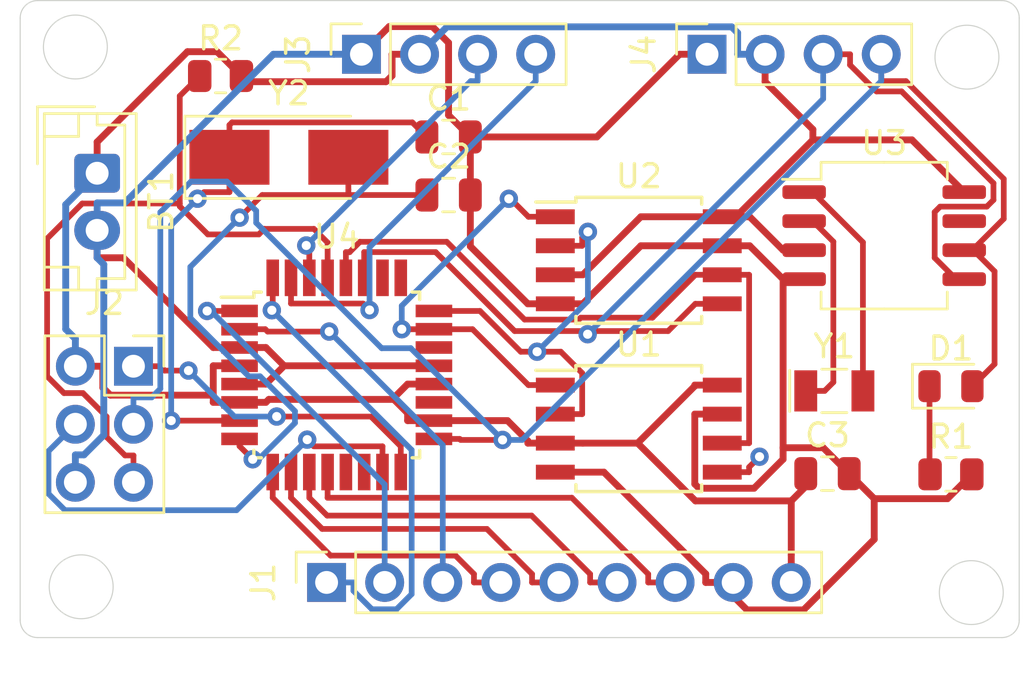
<source format=kicad_pcb>
(kicad_pcb (version 20171130) (host pcbnew "(5.1.8)-1")

  (general
    (thickness 1.6)
    (drawings 12)
    (tracks 356)
    (zones 0)
    (modules 17)
    (nets 32)
  )

  (page A4)
  (title_block
    (title "Arduino Clone")
    (date 2020-12-16)
    (rev 1.0)
    (company CATcuber)
    (comment 1 "Gonzales Loayza Pool Diego")
  )

  (layers
    (0 F.Cu signal)
    (1 In1.Cu power)
    (2 In2.Cu power)
    (31 B.Cu signal)
    (32 B.Adhes user)
    (33 F.Adhes user)
    (34 B.Paste user)
    (35 F.Paste user)
    (36 B.SilkS user)
    (37 F.SilkS user)
    (38 B.Mask user)
    (39 F.Mask user)
    (40 Dwgs.User user)
    (41 Cmts.User user)
    (42 Eco1.User user)
    (43 Eco2.User user)
    (44 Edge.Cuts user)
    (45 Margin user)
    (46 B.CrtYd user)
    (47 F.CrtYd user)
    (48 B.Fab user)
    (49 F.Fab user)
  )

  (setup
    (last_trace_width 0.25)
    (user_trace_width 0.3)
    (trace_clearance 0.2)
    (zone_clearance 0.508)
    (zone_45_only no)
    (trace_min 0.2)
    (via_size 0.8)
    (via_drill 0.4)
    (via_min_size 0.4)
    (via_min_drill 0.3)
    (user_via 1 0.6)
    (uvia_size 0.3)
    (uvia_drill 0.1)
    (uvias_allowed no)
    (uvia_min_size 0.2)
    (uvia_min_drill 0.1)
    (edge_width 0.05)
    (segment_width 0.2)
    (pcb_text_width 0.3)
    (pcb_text_size 1.5 1.5)
    (mod_edge_width 0.12)
    (mod_text_size 1 1)
    (mod_text_width 0.15)
    (pad_size 1.524 1.524)
    (pad_drill 0.762)
    (pad_to_mask_clearance 0)
    (aux_axis_origin 0 0)
    (visible_elements FFFFFF7F)
    (pcbplotparams
      (layerselection 0x010fc_ffffffff)
      (usegerberextensions false)
      (usegerberattributes true)
      (usegerberadvancedattributes true)
      (creategerberjobfile true)
      (excludeedgelayer true)
      (linewidth 0.100000)
      (plotframeref false)
      (viasonmask false)
      (mode 1)
      (useauxorigin false)
      (hpglpennumber 1)
      (hpglpenspeed 20)
      (hpglpendiameter 15.000000)
      (psnegative false)
      (psa4output false)
      (plotreference true)
      (plotvalue true)
      (plotinvisibletext false)
      (padsonsilk false)
      (subtractmaskfromsilk false)
      (outputformat 1)
      (mirror false)
      (drillshape 1)
      (scaleselection 1)
      (outputdirectory ""))
  )

  (net 0 "")
  (net 1 /Vcc)
  (net 2 GNDPWR)
  (net 3 "Net-(C1-Pad1)")
  (net 4 "Net-(C2-Pad1)")
  (net 5 "Net-(D1-Pad1)")
  (net 6 /SCK)
  (net 7 /D2)
  (net 8 /D3)
  (net 9 /D4)
  (net 10 /D5)
  (net 11 /D6)
  (net 12 /D7)
  (net 13 /D8)
  (net 14 /MISO)
  (net 15 /MOSI)
  (net 16 /RESET)
  (net 17 /Tx)
  (net 18 /Rx)
  (net 19 /SDA)
  (net 20 /ADDS1)
  (net 21 /ADDS2)
  (net 22 /SCL)
  (net 23 "Net-(U3-Pad1)")
  (net 24 "Net-(U3-Pad2)")
  (net 25 "Net-(U3-Pad7)")
  (net 26 "Net-(U4-Pad13)")
  (net 27 "Net-(U4-Pad14)")
  (net 28 "Net-(U4-Pad19)")
  (net 29 "Net-(U4-Pad22)")
  (net 30 "Net-(U4-Pad25)")
  (net 31 "Net-(U4-Pad26)")

  (net_class Default "This is the default net class."
    (clearance 0.2)
    (trace_width 0.25)
    (via_dia 0.8)
    (via_drill 0.4)
    (uvia_dia 0.3)
    (uvia_drill 0.1)
    (add_net /ADDS1)
    (add_net /ADDS2)
    (add_net /D2)
    (add_net /D3)
    (add_net /D4)
    (add_net /D5)
    (add_net /D6)
    (add_net /D7)
    (add_net /D8)
    (add_net /MISO)
    (add_net /MOSI)
    (add_net /RESET)
    (add_net /Rx)
    (add_net /SCK)
    (add_net /SCL)
    (add_net /SDA)
    (add_net /Tx)
    (add_net "Net-(C1-Pad1)")
    (add_net "Net-(C2-Pad1)")
    (add_net "Net-(D1-Pad1)")
    (add_net "Net-(U3-Pad1)")
    (add_net "Net-(U3-Pad2)")
    (add_net "Net-(U3-Pad7)")
    (add_net "Net-(U4-Pad13)")
    (add_net "Net-(U4-Pad14)")
    (add_net "Net-(U4-Pad19)")
    (add_net "Net-(U4-Pad22)")
    (add_net "Net-(U4-Pad25)")
    (add_net "Net-(U4-Pad26)")
  )

  (net_class Power ""
    (clearance 0.2)
    (trace_width 0.3)
    (via_dia 1)
    (via_drill 0.4)
    (uvia_dia 0.3)
    (uvia_drill 0.1)
    (add_net /Vcc)
    (add_net GNDPWR)
  )

  (module Connector_JST:JST_EH_B2B-EH-A_1x02_P2.50mm_Vertical (layer F.Cu) (tedit 5C28142C) (tstamp 5FDAA166)
    (at 145.732 108.394 270)
    (descr "JST EH series connector, B2B-EH-A (http://www.jst-mfg.com/product/pdf/eng/eEH.pdf), generated with kicad-footprint-generator")
    (tags "connector JST EH vertical")
    (path /5FCEA658)
    (fp_text reference BT1 (at 1.25 -2.8 90) (layer F.SilkS)
      (effects (font (size 1 1) (thickness 0.15)))
    )
    (fp_text value "Battery 3v" (at 1.25 3.4 90) (layer F.Fab)
      (effects (font (size 1 1) (thickness 0.15)))
    )
    (fp_line (start -2.91 2.61) (end -0.41 2.61) (layer F.Fab) (width 0.1))
    (fp_line (start -2.91 0.11) (end -2.91 2.61) (layer F.Fab) (width 0.1))
    (fp_line (start -2.91 2.61) (end -0.41 2.61) (layer F.SilkS) (width 0.12))
    (fp_line (start -2.91 0.11) (end -2.91 2.61) (layer F.SilkS) (width 0.12))
    (fp_line (start 4.11 0.81) (end 4.11 2.31) (layer F.SilkS) (width 0.12))
    (fp_line (start 5.11 0.81) (end 4.11 0.81) (layer F.SilkS) (width 0.12))
    (fp_line (start -1.61 0.81) (end -1.61 2.31) (layer F.SilkS) (width 0.12))
    (fp_line (start -2.61 0.81) (end -1.61 0.81) (layer F.SilkS) (width 0.12))
    (fp_line (start 4.61 0) (end 5.11 0) (layer F.SilkS) (width 0.12))
    (fp_line (start 4.61 -1.21) (end 4.61 0) (layer F.SilkS) (width 0.12))
    (fp_line (start -2.11 -1.21) (end 4.61 -1.21) (layer F.SilkS) (width 0.12))
    (fp_line (start -2.11 0) (end -2.11 -1.21) (layer F.SilkS) (width 0.12))
    (fp_line (start -2.61 0) (end -2.11 0) (layer F.SilkS) (width 0.12))
    (fp_line (start 5.11 -1.71) (end -2.61 -1.71) (layer F.SilkS) (width 0.12))
    (fp_line (start 5.11 2.31) (end 5.11 -1.71) (layer F.SilkS) (width 0.12))
    (fp_line (start -2.61 2.31) (end 5.11 2.31) (layer F.SilkS) (width 0.12))
    (fp_line (start -2.61 -1.71) (end -2.61 2.31) (layer F.SilkS) (width 0.12))
    (fp_line (start 5.5 -2.1) (end -3 -2.1) (layer F.CrtYd) (width 0.05))
    (fp_line (start 5.5 2.7) (end 5.5 -2.1) (layer F.CrtYd) (width 0.05))
    (fp_line (start -3 2.7) (end 5.5 2.7) (layer F.CrtYd) (width 0.05))
    (fp_line (start -3 -2.1) (end -3 2.7) (layer F.CrtYd) (width 0.05))
    (fp_line (start 5 -1.6) (end -2.5 -1.6) (layer F.Fab) (width 0.1))
    (fp_line (start 5 2.2) (end 5 -1.6) (layer F.Fab) (width 0.1))
    (fp_line (start -2.5 2.2) (end 5 2.2) (layer F.Fab) (width 0.1))
    (fp_line (start -2.5 -1.6) (end -2.5 2.2) (layer F.Fab) (width 0.1))
    (fp_text user %R (at 1.25 1.5 90) (layer F.Fab)
      (effects (font (size 1 1) (thickness 0.15)))
    )
    (pad 1 thru_hole roundrect (at 0 0 270) (size 1.7 2) (drill 1) (layers *.Cu *.Mask) (roundrect_rratio 0.147059)
      (net 1 /Vcc))
    (pad 2 thru_hole oval (at 2.5 0 270) (size 1.7 2) (drill 1) (layers *.Cu *.Mask)
      (net 2 GNDPWR))
    (model ${KISYS3DMOD}/Connector_JST.3dshapes/JST_EH_B2B-EH-A_1x02_P2.50mm_Vertical.wrl
      (at (xyz 0 0 0))
      (scale (xyz 1 1 1))
      (rotate (xyz 0 0 0))
    )
  )

  (module Capacitor_SMD:C_0805_2012Metric (layer F.Cu) (tedit 5F68FEEE) (tstamp 5FDAA177)
    (at 161.102 106.807)
    (descr "Capacitor SMD 0805 (2012 Metric), square (rectangular) end terminal, IPC_7351 nominal, (Body size source: IPC-SM-782 page 76, https://www.pcb-3d.com/wordpress/wp-content/uploads/ipc-sm-782a_amendment_1_and_2.pdf, https://docs.google.com/spreadsheets/d/1BsfQQcO9C6DZCsRaXUlFlo91Tg2WpOkGARC1WS5S8t0/edit?usp=sharing), generated with kicad-footprint-generator")
    (tags capacitor)
    (path /5FCEBC26)
    (attr smd)
    (fp_text reference C1 (at 0 -1.68) (layer F.SilkS)
      (effects (font (size 1 1) (thickness 0.15)))
    )
    (fp_text value 22pF (at 0 1.68) (layer F.Fab)
      (effects (font (size 1 1) (thickness 0.15)))
    )
    (fp_text user %R (at 0 0) (layer F.Fab)
      (effects (font (size 0.5 0.5) (thickness 0.08)))
    )
    (fp_line (start -1 0.625) (end -1 -0.625) (layer F.Fab) (width 0.1))
    (fp_line (start -1 -0.625) (end 1 -0.625) (layer F.Fab) (width 0.1))
    (fp_line (start 1 -0.625) (end 1 0.625) (layer F.Fab) (width 0.1))
    (fp_line (start 1 0.625) (end -1 0.625) (layer F.Fab) (width 0.1))
    (fp_line (start -0.261252 -0.735) (end 0.261252 -0.735) (layer F.SilkS) (width 0.12))
    (fp_line (start -0.261252 0.735) (end 0.261252 0.735) (layer F.SilkS) (width 0.12))
    (fp_line (start -1.7 0.98) (end -1.7 -0.98) (layer F.CrtYd) (width 0.05))
    (fp_line (start -1.7 -0.98) (end 1.7 -0.98) (layer F.CrtYd) (width 0.05))
    (fp_line (start 1.7 -0.98) (end 1.7 0.98) (layer F.CrtYd) (width 0.05))
    (fp_line (start 1.7 0.98) (end -1.7 0.98) (layer F.CrtYd) (width 0.05))
    (pad 2 smd roundrect (at 0.95 0) (size 1 1.45) (layers F.Cu F.Paste F.Mask) (roundrect_rratio 0.25)
      (net 2 GNDPWR))
    (pad 1 smd roundrect (at -0.95 0) (size 1 1.45) (layers F.Cu F.Paste F.Mask) (roundrect_rratio 0.25)
      (net 3 "Net-(C1-Pad1)"))
    (model ${KISYS3DMOD}/Capacitor_SMD.3dshapes/C_0805_2012Metric.wrl
      (at (xyz 0 0 0))
      (scale (xyz 1 1 1))
      (rotate (xyz 0 0 0))
    )
  )

  (module Capacitor_SMD:C_0805_2012Metric (layer F.Cu) (tedit 5F68FEEE) (tstamp 5FDAA188)
    (at 161.102 109.347)
    (descr "Capacitor SMD 0805 (2012 Metric), square (rectangular) end terminal, IPC_7351 nominal, (Body size source: IPC-SM-782 page 76, https://www.pcb-3d.com/wordpress/wp-content/uploads/ipc-sm-782a_amendment_1_and_2.pdf, https://docs.google.com/spreadsheets/d/1BsfQQcO9C6DZCsRaXUlFlo91Tg2WpOkGARC1WS5S8t0/edit?usp=sharing), generated with kicad-footprint-generator")
    (tags capacitor)
    (path /5FCEB637)
    (attr smd)
    (fp_text reference C2 (at 0 -1.68) (layer F.SilkS)
      (effects (font (size 1 1) (thickness 0.15)))
    )
    (fp_text value 22pF (at 0 1.68) (layer F.Fab)
      (effects (font (size 1 1) (thickness 0.15)))
    )
    (fp_line (start 1.7 0.98) (end -1.7 0.98) (layer F.CrtYd) (width 0.05))
    (fp_line (start 1.7 -0.98) (end 1.7 0.98) (layer F.CrtYd) (width 0.05))
    (fp_line (start -1.7 -0.98) (end 1.7 -0.98) (layer F.CrtYd) (width 0.05))
    (fp_line (start -1.7 0.98) (end -1.7 -0.98) (layer F.CrtYd) (width 0.05))
    (fp_line (start -0.261252 0.735) (end 0.261252 0.735) (layer F.SilkS) (width 0.12))
    (fp_line (start -0.261252 -0.735) (end 0.261252 -0.735) (layer F.SilkS) (width 0.12))
    (fp_line (start 1 0.625) (end -1 0.625) (layer F.Fab) (width 0.1))
    (fp_line (start 1 -0.625) (end 1 0.625) (layer F.Fab) (width 0.1))
    (fp_line (start -1 -0.625) (end 1 -0.625) (layer F.Fab) (width 0.1))
    (fp_line (start -1 0.625) (end -1 -0.625) (layer F.Fab) (width 0.1))
    (fp_text user %R (at 0 0) (layer F.Fab)
      (effects (font (size 0.5 0.5) (thickness 0.08)))
    )
    (pad 1 smd roundrect (at -0.95 0) (size 1 1.45) (layers F.Cu F.Paste F.Mask) (roundrect_rratio 0.25)
      (net 4 "Net-(C2-Pad1)"))
    (pad 2 smd roundrect (at 0.95 0) (size 1 1.45) (layers F.Cu F.Paste F.Mask) (roundrect_rratio 0.25)
      (net 2 GNDPWR))
    (model ${KISYS3DMOD}/Capacitor_SMD.3dshapes/C_0805_2012Metric.wrl
      (at (xyz 0 0 0))
      (scale (xyz 1 1 1))
      (rotate (xyz 0 0 0))
    )
  )

  (module Capacitor_SMD:C_0805_2012Metric (layer F.Cu) (tedit 5F68FEEE) (tstamp 5FDAA199)
    (at 177.67 121.542)
    (descr "Capacitor SMD 0805 (2012 Metric), square (rectangular) end terminal, IPC_7351 nominal, (Body size source: IPC-SM-782 page 76, https://www.pcb-3d.com/wordpress/wp-content/uploads/ipc-sm-782a_amendment_1_and_2.pdf, https://docs.google.com/spreadsheets/d/1BsfQQcO9C6DZCsRaXUlFlo91Tg2WpOkGARC1WS5S8t0/edit?usp=sharing), generated with kicad-footprint-generator")
    (tags capacitor)
    (path /5FCEBFBC)
    (attr smd)
    (fp_text reference C3 (at 0 -1.68) (layer F.SilkS)
      (effects (font (size 1 1) (thickness 0.15)))
    )
    (fp_text value 10uF (at 0 1.68) (layer F.Fab)
      (effects (font (size 1 1) (thickness 0.15)))
    )
    (fp_line (start 1.7 0.98) (end -1.7 0.98) (layer F.CrtYd) (width 0.05))
    (fp_line (start 1.7 -0.98) (end 1.7 0.98) (layer F.CrtYd) (width 0.05))
    (fp_line (start -1.7 -0.98) (end 1.7 -0.98) (layer F.CrtYd) (width 0.05))
    (fp_line (start -1.7 0.98) (end -1.7 -0.98) (layer F.CrtYd) (width 0.05))
    (fp_line (start -0.261252 0.735) (end 0.261252 0.735) (layer F.SilkS) (width 0.12))
    (fp_line (start -0.261252 -0.735) (end 0.261252 -0.735) (layer F.SilkS) (width 0.12))
    (fp_line (start 1 0.625) (end -1 0.625) (layer F.Fab) (width 0.1))
    (fp_line (start 1 -0.625) (end 1 0.625) (layer F.Fab) (width 0.1))
    (fp_line (start -1 -0.625) (end 1 -0.625) (layer F.Fab) (width 0.1))
    (fp_line (start -1 0.625) (end -1 -0.625) (layer F.Fab) (width 0.1))
    (fp_text user %R (at 0 0) (layer F.Fab)
      (effects (font (size 0.5 0.5) (thickness 0.08)))
    )
    (pad 1 smd roundrect (at -0.95 0) (size 1 1.45) (layers F.Cu F.Paste F.Mask) (roundrect_rratio 0.25)
      (net 1 /Vcc))
    (pad 2 smd roundrect (at 0.95 0) (size 1 1.45) (layers F.Cu F.Paste F.Mask) (roundrect_rratio 0.25)
      (net 2 GNDPWR))
    (model ${KISYS3DMOD}/Capacitor_SMD.3dshapes/C_0805_2012Metric.wrl
      (at (xyz 0 0 0))
      (scale (xyz 1 1 1))
      (rotate (xyz 0 0 0))
    )
  )

  (module LED_SMD:LED_0805_2012Metric (layer F.Cu) (tedit 5F68FEF1) (tstamp 5FDAA1AC)
    (at 183.07 117.714)
    (descr "LED SMD 0805 (2012 Metric), square (rectangular) end terminal, IPC_7351 nominal, (Body size source: https://docs.google.com/spreadsheets/d/1BsfQQcO9C6DZCsRaXUlFlo91Tg2WpOkGARC1WS5S8t0/edit?usp=sharing), generated with kicad-footprint-generator")
    (tags LED)
    (path /5FCEC229)
    (attr smd)
    (fp_text reference D1 (at 0 -1.65) (layer F.SilkS)
      (effects (font (size 1 1) (thickness 0.15)))
    )
    (fp_text value LED (at 0 1.65) (layer F.Fab)
      (effects (font (size 1 1) (thickness 0.15)))
    )
    (fp_line (start 1.68 0.95) (end -1.68 0.95) (layer F.CrtYd) (width 0.05))
    (fp_line (start 1.68 -0.95) (end 1.68 0.95) (layer F.CrtYd) (width 0.05))
    (fp_line (start -1.68 -0.95) (end 1.68 -0.95) (layer F.CrtYd) (width 0.05))
    (fp_line (start -1.68 0.95) (end -1.68 -0.95) (layer F.CrtYd) (width 0.05))
    (fp_line (start -1.685 0.96) (end 1 0.96) (layer F.SilkS) (width 0.12))
    (fp_line (start -1.685 -0.96) (end -1.685 0.96) (layer F.SilkS) (width 0.12))
    (fp_line (start 1 -0.96) (end -1.685 -0.96) (layer F.SilkS) (width 0.12))
    (fp_line (start 1 0.6) (end 1 -0.6) (layer F.Fab) (width 0.1))
    (fp_line (start -1 0.6) (end 1 0.6) (layer F.Fab) (width 0.1))
    (fp_line (start -1 -0.3) (end -1 0.6) (layer F.Fab) (width 0.1))
    (fp_line (start -0.7 -0.6) (end -1 -0.3) (layer F.Fab) (width 0.1))
    (fp_line (start 1 -0.6) (end -0.7 -0.6) (layer F.Fab) (width 0.1))
    (fp_text user %R (at 0 0) (layer F.Fab)
      (effects (font (size 0.5 0.5) (thickness 0.08)))
    )
    (pad 1 smd roundrect (at -0.9375 0) (size 0.975 1.4) (layers F.Cu F.Paste F.Mask) (roundrect_rratio 0.25)
      (net 5 "Net-(D1-Pad1)"))
    (pad 2 smd roundrect (at 0.9375 0) (size 0.975 1.4) (layers F.Cu F.Paste F.Mask) (roundrect_rratio 0.25)
      (net 6 /SCK))
    (model ${KISYS3DMOD}/LED_SMD.3dshapes/LED_0805_2012Metric.wrl
      (at (xyz 0 0 0))
      (scale (xyz 1 1 1))
      (rotate (xyz 0 0 0))
    )
  )

  (module Connector_PinSocket_2.54mm:PinSocket_1x09_P2.54mm_Vertical (layer F.Cu) (tedit 5A19A431) (tstamp 5FDAA1C9)
    (at 155.766 126.302 90)
    (descr "Through hole straight socket strip, 1x09, 2.54mm pitch, single row (from Kicad 4.0.7), script generated")
    (tags "Through hole socket strip THT 1x09 2.54mm single row")
    (path /5FCEF225/5FCF0074)
    (fp_text reference J1 (at 0 -2.77 90) (layer F.SilkS)
      (effects (font (size 1 1) (thickness 0.15)))
    )
    (fp_text value " Digital pins" (at 0 23.09 90) (layer F.Fab)
      (effects (font (size 1 1) (thickness 0.15)))
    )
    (fp_line (start -1.8 22.1) (end -1.8 -1.8) (layer F.CrtYd) (width 0.05))
    (fp_line (start 1.75 22.1) (end -1.8 22.1) (layer F.CrtYd) (width 0.05))
    (fp_line (start 1.75 -1.8) (end 1.75 22.1) (layer F.CrtYd) (width 0.05))
    (fp_line (start -1.8 -1.8) (end 1.75 -1.8) (layer F.CrtYd) (width 0.05))
    (fp_line (start 0 -1.33) (end 1.33 -1.33) (layer F.SilkS) (width 0.12))
    (fp_line (start 1.33 -1.33) (end 1.33 0) (layer F.SilkS) (width 0.12))
    (fp_line (start 1.33 1.27) (end 1.33 21.65) (layer F.SilkS) (width 0.12))
    (fp_line (start -1.33 21.65) (end 1.33 21.65) (layer F.SilkS) (width 0.12))
    (fp_line (start -1.33 1.27) (end -1.33 21.65) (layer F.SilkS) (width 0.12))
    (fp_line (start -1.33 1.27) (end 1.33 1.27) (layer F.SilkS) (width 0.12))
    (fp_line (start -1.27 21.59) (end -1.27 -1.27) (layer F.Fab) (width 0.1))
    (fp_line (start 1.27 21.59) (end -1.27 21.59) (layer F.Fab) (width 0.1))
    (fp_line (start 1.27 -0.635) (end 1.27 21.59) (layer F.Fab) (width 0.1))
    (fp_line (start 0.635 -1.27) (end 1.27 -0.635) (layer F.Fab) (width 0.1))
    (fp_line (start -1.27 -1.27) (end 0.635 -1.27) (layer F.Fab) (width 0.1))
    (fp_text user %R (at 0 10.16) (layer F.Fab)
      (effects (font (size 1 1) (thickness 0.15)))
    )
    (pad 1 thru_hole rect (at 0 0 90) (size 1.7 1.7) (drill 1) (layers *.Cu *.Mask)
      (net 7 /D2))
    (pad 2 thru_hole oval (at 0 2.54 90) (size 1.7 1.7) (drill 1) (layers *.Cu *.Mask)
      (net 8 /D3))
    (pad 3 thru_hole oval (at 0 5.08 90) (size 1.7 1.7) (drill 1) (layers *.Cu *.Mask)
      (net 9 /D4))
    (pad 4 thru_hole oval (at 0 7.62 90) (size 1.7 1.7) (drill 1) (layers *.Cu *.Mask)
      (net 10 /D5))
    (pad 5 thru_hole oval (at 0 10.16 90) (size 1.7 1.7) (drill 1) (layers *.Cu *.Mask)
      (net 11 /D6))
    (pad 6 thru_hole oval (at 0 12.7 90) (size 1.7 1.7) (drill 1) (layers *.Cu *.Mask)
      (net 12 /D7))
    (pad 7 thru_hole oval (at 0 15.24 90) (size 1.7 1.7) (drill 1) (layers *.Cu *.Mask)
      (net 13 /D8))
    (pad 8 thru_hole oval (at 0 17.78 90) (size 1.7 1.7) (drill 1) (layers *.Cu *.Mask)
      (net 2 GNDPWR))
    (pad 9 thru_hole oval (at 0 20.32 90) (size 1.7 1.7) (drill 1) (layers *.Cu *.Mask)
      (net 1 /Vcc))
    (model ${KISYS3DMOD}/Connector_PinSocket_2.54mm.3dshapes/PinSocket_1x09_P2.54mm_Vertical.wrl
      (at (xyz 0 0 0))
      (scale (xyz 1 1 1))
      (rotate (xyz 0 0 0))
    )
  )

  (module Connector_PinSocket_2.54mm:PinSocket_2x03_P2.54mm_Vertical (layer F.Cu) (tedit 5A19A425) (tstamp 5FDAA1E5)
    (at 147.32 116.84)
    (descr "Through hole straight socket strip, 2x03, 2.54mm pitch, double cols (from Kicad 4.0.7), script generated")
    (tags "Through hole socket strip THT 2x03 2.54mm double row")
    (path /5FCEF225/5FCF0EFC)
    (fp_text reference J2 (at -1.27 -2.77) (layer F.SilkS)
      (effects (font (size 1 1) (thickness 0.15)))
    )
    (fp_text value ICSP (at -1.27 7.85) (layer F.Fab)
      (effects (font (size 1 1) (thickness 0.15)))
    )
    (fp_line (start -4.34 6.85) (end -4.34 -1.8) (layer F.CrtYd) (width 0.05))
    (fp_line (start 1.76 6.85) (end -4.34 6.85) (layer F.CrtYd) (width 0.05))
    (fp_line (start 1.76 -1.8) (end 1.76 6.85) (layer F.CrtYd) (width 0.05))
    (fp_line (start -4.34 -1.8) (end 1.76 -1.8) (layer F.CrtYd) (width 0.05))
    (fp_line (start 0 -1.33) (end 1.33 -1.33) (layer F.SilkS) (width 0.12))
    (fp_line (start 1.33 -1.33) (end 1.33 0) (layer F.SilkS) (width 0.12))
    (fp_line (start -1.27 -1.33) (end -1.27 1.27) (layer F.SilkS) (width 0.12))
    (fp_line (start -1.27 1.27) (end 1.33 1.27) (layer F.SilkS) (width 0.12))
    (fp_line (start 1.33 1.27) (end 1.33 6.41) (layer F.SilkS) (width 0.12))
    (fp_line (start -3.87 6.41) (end 1.33 6.41) (layer F.SilkS) (width 0.12))
    (fp_line (start -3.87 -1.33) (end -3.87 6.41) (layer F.SilkS) (width 0.12))
    (fp_line (start -3.87 -1.33) (end -1.27 -1.33) (layer F.SilkS) (width 0.12))
    (fp_line (start -3.81 6.35) (end -3.81 -1.27) (layer F.Fab) (width 0.1))
    (fp_line (start 1.27 6.35) (end -3.81 6.35) (layer F.Fab) (width 0.1))
    (fp_line (start 1.27 -0.27) (end 1.27 6.35) (layer F.Fab) (width 0.1))
    (fp_line (start 0.27 -1.27) (end 1.27 -0.27) (layer F.Fab) (width 0.1))
    (fp_line (start -3.81 -1.27) (end 0.27 -1.27) (layer F.Fab) (width 0.1))
    (fp_text user %R (at -1.27 2.54 90) (layer F.Fab)
      (effects (font (size 1 1) (thickness 0.15)))
    )
    (pad 1 thru_hole rect (at 0 0) (size 1.7 1.7) (drill 1) (layers *.Cu *.Mask)
      (net 14 /MISO))
    (pad 2 thru_hole oval (at -2.54 0) (size 1.7 1.7) (drill 1) (layers *.Cu *.Mask)
      (net 1 /Vcc))
    (pad 3 thru_hole oval (at 0 2.54) (size 1.7 1.7) (drill 1) (layers *.Cu *.Mask)
      (net 6 /SCK))
    (pad 4 thru_hole oval (at -2.54 2.54) (size 1.7 1.7) (drill 1) (layers *.Cu *.Mask)
      (net 15 /MOSI))
    (pad 5 thru_hole oval (at 0 5.08) (size 1.7 1.7) (drill 1) (layers *.Cu *.Mask)
      (net 16 /RESET))
    (pad 6 thru_hole oval (at -2.54 5.08) (size 1.7 1.7) (drill 1) (layers *.Cu *.Mask)
      (net 2 GNDPWR))
    (model ${KISYS3DMOD}/Connector_PinSocket_2.54mm.3dshapes/PinSocket_2x03_P2.54mm_Vertical.wrl
      (at (xyz 0 0 0))
      (scale (xyz 1 1 1))
      (rotate (xyz 0 0 0))
    )
  )

  (module Connector_PinSocket_2.54mm:PinSocket_1x04_P2.54mm_Vertical (layer F.Cu) (tedit 5A19A429) (tstamp 5FDAAE36)
    (at 157.29 103.188 90)
    (descr "Through hole straight socket strip, 1x04, 2.54mm pitch, single row (from Kicad 4.0.7), script generated")
    (tags "Through hole socket strip THT 1x04 2.54mm single row")
    (path /5FCEF225/5FCF0AC0)
    (fp_text reference J3 (at 0 -2.77 90) (layer F.SilkS)
      (effects (font (size 1 1) (thickness 0.15)))
    )
    (fp_text value Serial (at 0 10.39 90) (layer F.Fab)
      (effects (font (size 1 1) (thickness 0.15)))
    )
    (fp_text user %R (at 0 3.81) (layer F.Fab)
      (effects (font (size 1 1) (thickness 0.15)))
    )
    (fp_line (start -1.27 -1.27) (end 0.635 -1.27) (layer F.Fab) (width 0.1))
    (fp_line (start 0.635 -1.27) (end 1.27 -0.635) (layer F.Fab) (width 0.1))
    (fp_line (start 1.27 -0.635) (end 1.27 8.89) (layer F.Fab) (width 0.1))
    (fp_line (start 1.27 8.89) (end -1.27 8.89) (layer F.Fab) (width 0.1))
    (fp_line (start -1.27 8.89) (end -1.27 -1.27) (layer F.Fab) (width 0.1))
    (fp_line (start -1.33 1.27) (end 1.33 1.27) (layer F.SilkS) (width 0.12))
    (fp_line (start -1.33 1.27) (end -1.33 8.95) (layer F.SilkS) (width 0.12))
    (fp_line (start -1.33 8.95) (end 1.33 8.95) (layer F.SilkS) (width 0.12))
    (fp_line (start 1.33 1.27) (end 1.33 8.95) (layer F.SilkS) (width 0.12))
    (fp_line (start 1.33 -1.33) (end 1.33 0) (layer F.SilkS) (width 0.12))
    (fp_line (start 0 -1.33) (end 1.33 -1.33) (layer F.SilkS) (width 0.12))
    (fp_line (start -1.8 -1.8) (end 1.75 -1.8) (layer F.CrtYd) (width 0.05))
    (fp_line (start 1.75 -1.8) (end 1.75 9.4) (layer F.CrtYd) (width 0.05))
    (fp_line (start 1.75 9.4) (end -1.8 9.4) (layer F.CrtYd) (width 0.05))
    (fp_line (start -1.8 9.4) (end -1.8 -1.8) (layer F.CrtYd) (width 0.05))
    (pad 4 thru_hole oval (at 0 7.62 90) (size 1.7 1.7) (drill 1) (layers *.Cu *.Mask)
      (net 17 /Tx))
    (pad 3 thru_hole oval (at 0 5.08 90) (size 1.7 1.7) (drill 1) (layers *.Cu *.Mask)
      (net 18 /Rx))
    (pad 2 thru_hole oval (at 0 2.54 90) (size 1.7 1.7) (drill 1) (layers *.Cu *.Mask)
      (net 1 /Vcc))
    (pad 1 thru_hole rect (at 0 0 90) (size 1.7 1.7) (drill 1) (layers *.Cu *.Mask)
      (net 2 GNDPWR))
    (model ${KISYS3DMOD}/Connector_PinSocket_2.54mm.3dshapes/PinSocket_1x04_P2.54mm_Vertical.wrl
      (at (xyz 0 0 0))
      (scale (xyz 1 1 1))
      (rotate (xyz 0 0 0))
    )
  )

  (module Connector_PinSocket_2.54mm:PinSocket_1x04_P2.54mm_Vertical (layer F.Cu) (tedit 5A19A429) (tstamp 5FDAB464)
    (at 172.402 103.188 90)
    (descr "Through hole straight socket strip, 1x04, 2.54mm pitch, single row (from Kicad 4.0.7), script generated")
    (tags "Through hole socket strip THT 1x04 2.54mm single row")
    (path /5FCEF225/5FCF1C90)
    (fp_text reference J4 (at 0 -2.77 90) (layer F.SilkS)
      (effects (font (size 1 1) (thickness 0.15)))
    )
    (fp_text value I2C (at 0 10.39 90) (layer F.Fab)
      (effects (font (size 1 1) (thickness 0.15)))
    )
    (fp_line (start -1.8 9.4) (end -1.8 -1.8) (layer F.CrtYd) (width 0.05))
    (fp_line (start 1.75 9.4) (end -1.8 9.4) (layer F.CrtYd) (width 0.05))
    (fp_line (start 1.75 -1.8) (end 1.75 9.4) (layer F.CrtYd) (width 0.05))
    (fp_line (start -1.8 -1.8) (end 1.75 -1.8) (layer F.CrtYd) (width 0.05))
    (fp_line (start 0 -1.33) (end 1.33 -1.33) (layer F.SilkS) (width 0.12))
    (fp_line (start 1.33 -1.33) (end 1.33 0) (layer F.SilkS) (width 0.12))
    (fp_line (start 1.33 1.27) (end 1.33 8.95) (layer F.SilkS) (width 0.12))
    (fp_line (start -1.33 8.95) (end 1.33 8.95) (layer F.SilkS) (width 0.12))
    (fp_line (start -1.33 1.27) (end -1.33 8.95) (layer F.SilkS) (width 0.12))
    (fp_line (start -1.33 1.27) (end 1.33 1.27) (layer F.SilkS) (width 0.12))
    (fp_line (start -1.27 8.89) (end -1.27 -1.27) (layer F.Fab) (width 0.1))
    (fp_line (start 1.27 8.89) (end -1.27 8.89) (layer F.Fab) (width 0.1))
    (fp_line (start 1.27 -0.635) (end 1.27 8.89) (layer F.Fab) (width 0.1))
    (fp_line (start 0.635 -1.27) (end 1.27 -0.635) (layer F.Fab) (width 0.1))
    (fp_line (start -1.27 -1.27) (end 0.635 -1.27) (layer F.Fab) (width 0.1))
    (fp_text user %R (at 0 3.81) (layer F.Fab)
      (effects (font (size 1 1) (thickness 0.15)))
    )
    (pad 1 thru_hole rect (at 0 0 90) (size 1.7 1.7) (drill 1) (layers *.Cu *.Mask)
      (net 2 GNDPWR))
    (pad 2 thru_hole oval (at 0 2.54 90) (size 1.7 1.7) (drill 1) (layers *.Cu *.Mask)
      (net 1 /Vcc))
    (pad 3 thru_hole oval (at 0 5.08 90) (size 1.7 1.7) (drill 1) (layers *.Cu *.Mask)
      (net 19 /SDA))
    (pad 4 thru_hole oval (at 0 7.62 90) (size 1.7 1.7) (drill 1) (layers *.Cu *.Mask)
      (net 6 /SCK))
    (model ${KISYS3DMOD}/Connector_PinSocket_2.54mm.3dshapes/PinSocket_1x04_P2.54mm_Vertical.wrl
      (at (xyz 0 0 0))
      (scale (xyz 1 1 1))
      (rotate (xyz 0 0 0))
    )
  )

  (module Resistor_SMD:R_0805_2012Metric (layer F.Cu) (tedit 5F68FEEE) (tstamp 5FDAA226)
    (at 183.07 121.572)
    (descr "Resistor SMD 0805 (2012 Metric), square (rectangular) end terminal, IPC_7351 nominal, (Body size source: IPC-SM-782 page 72, https://www.pcb-3d.com/wordpress/wp-content/uploads/ipc-sm-782a_amendment_1_and_2.pdf), generated with kicad-footprint-generator")
    (tags resistor)
    (path /5FD01F7E)
    (attr smd)
    (fp_text reference R1 (at 0 -1.65) (layer F.SilkS)
      (effects (font (size 1 1) (thickness 0.15)))
    )
    (fp_text value 330Ohm (at 0 1.65) (layer F.Fab)
      (effects (font (size 1 1) (thickness 0.15)))
    )
    (fp_text user %R (at 0 0) (layer F.Fab)
      (effects (font (size 0.5 0.5) (thickness 0.08)))
    )
    (fp_line (start -1 0.625) (end -1 -0.625) (layer F.Fab) (width 0.1))
    (fp_line (start -1 -0.625) (end 1 -0.625) (layer F.Fab) (width 0.1))
    (fp_line (start 1 -0.625) (end 1 0.625) (layer F.Fab) (width 0.1))
    (fp_line (start 1 0.625) (end -1 0.625) (layer F.Fab) (width 0.1))
    (fp_line (start -0.227064 -0.735) (end 0.227064 -0.735) (layer F.SilkS) (width 0.12))
    (fp_line (start -0.227064 0.735) (end 0.227064 0.735) (layer F.SilkS) (width 0.12))
    (fp_line (start -1.68 0.95) (end -1.68 -0.95) (layer F.CrtYd) (width 0.05))
    (fp_line (start -1.68 -0.95) (end 1.68 -0.95) (layer F.CrtYd) (width 0.05))
    (fp_line (start 1.68 -0.95) (end 1.68 0.95) (layer F.CrtYd) (width 0.05))
    (fp_line (start 1.68 0.95) (end -1.68 0.95) (layer F.CrtYd) (width 0.05))
    (pad 2 smd roundrect (at 0.9125 0) (size 1.025 1.4) (layers F.Cu F.Paste F.Mask) (roundrect_rratio 0.243902)
      (net 2 GNDPWR))
    (pad 1 smd roundrect (at -0.9125 0) (size 1.025 1.4) (layers F.Cu F.Paste F.Mask) (roundrect_rratio 0.243902)
      (net 5 "Net-(D1-Pad1)"))
    (model ${KISYS3DMOD}/Resistor_SMD.3dshapes/R_0805_2012Metric.wrl
      (at (xyz 0 0 0))
      (scale (xyz 1 1 1))
      (rotate (xyz 0 0 0))
    )
  )

  (module Resistor_SMD:R_0805_2012Metric (layer F.Cu) (tedit 5F68FEEE) (tstamp 5FDAACC0)
    (at 151.13 104.14)
    (descr "Resistor SMD 0805 (2012 Metric), square (rectangular) end terminal, IPC_7351 nominal, (Body size source: IPC-SM-782 page 72, https://www.pcb-3d.com/wordpress/wp-content/uploads/ipc-sm-782a_amendment_1_and_2.pdf), generated with kicad-footprint-generator")
    (tags resistor)
    (path /5FD01D54)
    (attr smd)
    (fp_text reference R2 (at 0 -1.65) (layer F.SilkS)
      (effects (font (size 1 1) (thickness 0.15)))
    )
    (fp_text value 10kOhm (at 0 1.65) (layer F.Fab)
      (effects (font (size 1 1) (thickness 0.15)))
    )
    (fp_line (start 1.68 0.95) (end -1.68 0.95) (layer F.CrtYd) (width 0.05))
    (fp_line (start 1.68 -0.95) (end 1.68 0.95) (layer F.CrtYd) (width 0.05))
    (fp_line (start -1.68 -0.95) (end 1.68 -0.95) (layer F.CrtYd) (width 0.05))
    (fp_line (start -1.68 0.95) (end -1.68 -0.95) (layer F.CrtYd) (width 0.05))
    (fp_line (start -0.227064 0.735) (end 0.227064 0.735) (layer F.SilkS) (width 0.12))
    (fp_line (start -0.227064 -0.735) (end 0.227064 -0.735) (layer F.SilkS) (width 0.12))
    (fp_line (start 1 0.625) (end -1 0.625) (layer F.Fab) (width 0.1))
    (fp_line (start 1 -0.625) (end 1 0.625) (layer F.Fab) (width 0.1))
    (fp_line (start -1 -0.625) (end 1 -0.625) (layer F.Fab) (width 0.1))
    (fp_line (start -1 0.625) (end -1 -0.625) (layer F.Fab) (width 0.1))
    (fp_text user %R (at 0 0) (layer F.Fab)
      (effects (font (size 0.5 0.5) (thickness 0.08)))
    )
    (pad 1 smd roundrect (at -0.9125 0) (size 1.025 1.4) (layers F.Cu F.Paste F.Mask) (roundrect_rratio 0.243902)
      (net 16 /RESET))
    (pad 2 smd roundrect (at 0.9125 0) (size 1.025 1.4) (layers F.Cu F.Paste F.Mask) (roundrect_rratio 0.243902)
      (net 1 /Vcc))
    (model ${KISYS3DMOD}/Resistor_SMD.3dshapes/R_0805_2012Metric.wrl
      (at (xyz 0 0 0))
      (scale (xyz 1 1 1))
      (rotate (xyz 0 0 0))
    )
  )

  (module Package_SO:SOIJ-8_5.3x5.3mm_P1.27mm (layer F.Cu) (tedit 5A02F2D3) (tstamp 5FDAA254)
    (at 169.418 119.57)
    (descr "8-Lead Plastic Small Outline (SM) - Medium, 5.28 mm Body [SOIC] (see Microchip Packaging Specification 00000049BS.pdf)")
    (tags "SOIC 1.27")
    (path /5FCED1F5)
    (attr smd)
    (fp_text reference U1 (at 0 -3.68) (layer F.SilkS)
      (effects (font (size 1 1) (thickness 0.15)))
    )
    (fp_text value 24LC1025 (at 0 3.68) (layer F.Fab)
      (effects (font (size 1 1) (thickness 0.15)))
    )
    (fp_line (start -2.75 -2.55) (end -4.5 -2.55) (layer F.SilkS) (width 0.15))
    (fp_line (start -2.75 2.755) (end 2.75 2.755) (layer F.SilkS) (width 0.15))
    (fp_line (start -2.75 -2.755) (end 2.75 -2.755) (layer F.SilkS) (width 0.15))
    (fp_line (start -2.75 2.755) (end -2.75 2.455) (layer F.SilkS) (width 0.15))
    (fp_line (start 2.75 2.755) (end 2.75 2.455) (layer F.SilkS) (width 0.15))
    (fp_line (start 2.75 -2.755) (end 2.75 -2.455) (layer F.SilkS) (width 0.15))
    (fp_line (start -2.75 -2.755) (end -2.75 -2.55) (layer F.SilkS) (width 0.15))
    (fp_line (start -4.75 2.95) (end 4.75 2.95) (layer F.CrtYd) (width 0.05))
    (fp_line (start -4.75 -2.95) (end 4.75 -2.95) (layer F.CrtYd) (width 0.05))
    (fp_line (start 4.75 -2.95) (end 4.75 2.95) (layer F.CrtYd) (width 0.05))
    (fp_line (start -4.75 -2.95) (end -4.75 2.95) (layer F.CrtYd) (width 0.05))
    (fp_line (start -2.65 -1.65) (end -1.65 -2.65) (layer F.Fab) (width 0.15))
    (fp_line (start -2.65 2.65) (end -2.65 -1.65) (layer F.Fab) (width 0.15))
    (fp_line (start 2.65 2.65) (end -2.65 2.65) (layer F.Fab) (width 0.15))
    (fp_line (start 2.65 -2.65) (end 2.65 2.65) (layer F.Fab) (width 0.15))
    (fp_line (start -1.65 -2.65) (end 2.65 -2.65) (layer F.Fab) (width 0.15))
    (fp_text user %R (at 0 0) (layer F.Fab)
      (effects (font (size 1 1) (thickness 0.15)))
    )
    (pad 1 smd rect (at -3.65 -1.905) (size 1.7 0.65) (layers F.Cu F.Paste F.Mask)
      (net 20 /ADDS1))
    (pad 2 smd rect (at -3.65 -0.635) (size 1.7 0.65) (layers F.Cu F.Paste F.Mask)
      (net 21 /ADDS2))
    (pad 3 smd rect (at -3.65 0.635) (size 1.7 0.65) (layers F.Cu F.Paste F.Mask)
      (net 1 /Vcc))
    (pad 4 smd rect (at -3.65 1.905) (size 1.7 0.65) (layers F.Cu F.Paste F.Mask)
      (net 2 GNDPWR))
    (pad 5 smd rect (at 3.65 1.905) (size 1.7 0.65) (layers F.Cu F.Paste F.Mask)
      (net 19 /SDA))
    (pad 6 smd rect (at 3.65 0.635) (size 1.7 0.65) (layers F.Cu F.Paste F.Mask)
      (net 22 /SCL))
    (pad 7 smd rect (at 3.65 -0.635) (size 1.7 0.65) (layers F.Cu F.Paste F.Mask)
      (net 2 GNDPWR))
    (pad 8 smd rect (at 3.65 -1.905) (size 1.7 0.65) (layers F.Cu F.Paste F.Mask)
      (net 1 /Vcc))
    (model ${KISYS3DMOD}/Package_SO.3dshapes/SOIJ-8_5.3x5.3mm_P1.27mm.wrl
      (at (xyz 0 0 0))
      (scale (xyz 1 1 1))
      (rotate (xyz 0 0 0))
    )
  )

  (module Package_SO:SOIJ-8_5.3x5.3mm_P1.27mm (layer F.Cu) (tedit 5A02F2D3) (tstamp 5FDAA271)
    (at 169.418 112.204)
    (descr "8-Lead Plastic Small Outline (SM) - Medium, 5.28 mm Body [SOIC] (see Microchip Packaging Specification 00000049BS.pdf)")
    (tags "SOIC 1.27")
    (path /5FCF9FF3)
    (attr smd)
    (fp_text reference U2 (at 0 -3.68) (layer F.SilkS)
      (effects (font (size 1 1) (thickness 0.15)))
    )
    (fp_text value 24LC1025 (at 0 3.68) (layer F.Fab)
      (effects (font (size 1 1) (thickness 0.15)))
    )
    (fp_text user %R (at 0 0) (layer F.Fab)
      (effects (font (size 1 1) (thickness 0.15)))
    )
    (fp_line (start -1.65 -2.65) (end 2.65 -2.65) (layer F.Fab) (width 0.15))
    (fp_line (start 2.65 -2.65) (end 2.65 2.65) (layer F.Fab) (width 0.15))
    (fp_line (start 2.65 2.65) (end -2.65 2.65) (layer F.Fab) (width 0.15))
    (fp_line (start -2.65 2.65) (end -2.65 -1.65) (layer F.Fab) (width 0.15))
    (fp_line (start -2.65 -1.65) (end -1.65 -2.65) (layer F.Fab) (width 0.15))
    (fp_line (start -4.75 -2.95) (end -4.75 2.95) (layer F.CrtYd) (width 0.05))
    (fp_line (start 4.75 -2.95) (end 4.75 2.95) (layer F.CrtYd) (width 0.05))
    (fp_line (start -4.75 -2.95) (end 4.75 -2.95) (layer F.CrtYd) (width 0.05))
    (fp_line (start -4.75 2.95) (end 4.75 2.95) (layer F.CrtYd) (width 0.05))
    (fp_line (start -2.75 -2.755) (end -2.75 -2.55) (layer F.SilkS) (width 0.15))
    (fp_line (start 2.75 -2.755) (end 2.75 -2.455) (layer F.SilkS) (width 0.15))
    (fp_line (start 2.75 2.755) (end 2.75 2.455) (layer F.SilkS) (width 0.15))
    (fp_line (start -2.75 2.755) (end -2.75 2.455) (layer F.SilkS) (width 0.15))
    (fp_line (start -2.75 -2.755) (end 2.75 -2.755) (layer F.SilkS) (width 0.15))
    (fp_line (start -2.75 2.755) (end 2.75 2.755) (layer F.SilkS) (width 0.15))
    (fp_line (start -2.75 -2.55) (end -4.5 -2.55) (layer F.SilkS) (width 0.15))
    (pad 8 smd rect (at 3.65 -1.905) (size 1.7 0.65) (layers F.Cu F.Paste F.Mask)
      (net 1 /Vcc))
    (pad 7 smd rect (at 3.65 -0.635) (size 1.7 0.65) (layers F.Cu F.Paste F.Mask)
      (net 2 GNDPWR))
    (pad 6 smd rect (at 3.65 0.635) (size 1.7 0.65) (layers F.Cu F.Paste F.Mask)
      (net 22 /SCL))
    (pad 5 smd rect (at 3.65 1.905) (size 1.7 0.65) (layers F.Cu F.Paste F.Mask)
      (net 19 /SDA))
    (pad 4 smd rect (at -3.65 1.905) (size 1.7 0.65) (layers F.Cu F.Paste F.Mask)
      (net 2 GNDPWR))
    (pad 3 smd rect (at -3.65 0.635) (size 1.7 0.65) (layers F.Cu F.Paste F.Mask)
      (net 1 /Vcc))
    (pad 2 smd rect (at -3.65 -0.635) (size 1.7 0.65) (layers F.Cu F.Paste F.Mask)
      (net 21 /ADDS2))
    (pad 1 smd rect (at -3.65 -1.905) (size 1.7 0.65) (layers F.Cu F.Paste F.Mask)
      (net 20 /ADDS1))
    (model ${KISYS3DMOD}/Package_SO.3dshapes/SOIJ-8_5.3x5.3mm_P1.27mm.wrl
      (at (xyz 0 0 0))
      (scale (xyz 1 1 1))
      (rotate (xyz 0 0 0))
    )
  )

  (module Package_SO:SO-8_5.3x6.2mm_P1.27mm (layer F.Cu) (tedit 5EA5315B) (tstamp 5FDAA290)
    (at 180.15 111.125)
    (descr "SO, 8 Pin (https://www.ti.com/lit/ml/msop001a/msop001a.pdf), generated with kicad-footprint-generator ipc_gullwing_generator.py")
    (tags "SO SO")
    (path /5FCF679E)
    (attr smd)
    (fp_text reference U3 (at 0 -4.05) (layer F.SilkS)
      (effects (font (size 1 1) (thickness 0.15)))
    )
    (fp_text value DS1337 (at 0 4.05) (layer F.Fab)
      (effects (font (size 1 1) (thickness 0.15)))
    )
    (fp_line (start 4.7 -3.35) (end -4.7 -3.35) (layer F.CrtYd) (width 0.05))
    (fp_line (start 4.7 3.35) (end 4.7 -3.35) (layer F.CrtYd) (width 0.05))
    (fp_line (start -4.7 3.35) (end 4.7 3.35) (layer F.CrtYd) (width 0.05))
    (fp_line (start -4.7 -3.35) (end -4.7 3.35) (layer F.CrtYd) (width 0.05))
    (fp_line (start -2.65 -2.1) (end -1.65 -3.1) (layer F.Fab) (width 0.1))
    (fp_line (start -2.65 3.1) (end -2.65 -2.1) (layer F.Fab) (width 0.1))
    (fp_line (start 2.65 3.1) (end -2.65 3.1) (layer F.Fab) (width 0.1))
    (fp_line (start 2.65 -3.1) (end 2.65 3.1) (layer F.Fab) (width 0.1))
    (fp_line (start -1.65 -3.1) (end 2.65 -3.1) (layer F.Fab) (width 0.1))
    (fp_line (start -2.76 -2.465) (end -4.45 -2.465) (layer F.SilkS) (width 0.12))
    (fp_line (start -2.76 -3.21) (end -2.76 -2.465) (layer F.SilkS) (width 0.12))
    (fp_line (start 0 -3.21) (end -2.76 -3.21) (layer F.SilkS) (width 0.12))
    (fp_line (start 2.76 -3.21) (end 2.76 -2.465) (layer F.SilkS) (width 0.12))
    (fp_line (start 0 -3.21) (end 2.76 -3.21) (layer F.SilkS) (width 0.12))
    (fp_line (start -2.76 3.21) (end -2.76 2.465) (layer F.SilkS) (width 0.12))
    (fp_line (start 0 3.21) (end -2.76 3.21) (layer F.SilkS) (width 0.12))
    (fp_line (start 2.76 3.21) (end 2.76 2.465) (layer F.SilkS) (width 0.12))
    (fp_line (start 0 3.21) (end 2.76 3.21) (layer F.SilkS) (width 0.12))
    (fp_text user %R (at 0 0) (layer F.Fab)
      (effects (font (size 1 1) (thickness 0.15)))
    )
    (pad 1 smd roundrect (at -3.5 -1.905) (size 1.9 0.6) (layers F.Cu F.Paste F.Mask) (roundrect_rratio 0.25)
      (net 23 "Net-(U3-Pad1)"))
    (pad 2 smd roundrect (at -3.5 -0.635) (size 1.9 0.6) (layers F.Cu F.Paste F.Mask) (roundrect_rratio 0.25)
      (net 24 "Net-(U3-Pad2)"))
    (pad 3 smd roundrect (at -3.5 0.635) (size 1.9 0.6) (layers F.Cu F.Paste F.Mask) (roundrect_rratio 0.25)
      (net 1 /Vcc))
    (pad 4 smd roundrect (at -3.5 1.905) (size 1.9 0.6) (layers F.Cu F.Paste F.Mask) (roundrect_rratio 0.25)
      (net 2 GNDPWR))
    (pad 5 smd roundrect (at 3.5 1.905) (size 1.9 0.6) (layers F.Cu F.Paste F.Mask) (roundrect_rratio 0.25)
      (net 19 /SDA))
    (pad 6 smd roundrect (at 3.5 0.635) (size 1.9 0.6) (layers F.Cu F.Paste F.Mask) (roundrect_rratio 0.25)
      (net 6 /SCK))
    (pad 7 smd roundrect (at 3.5 -0.635) (size 1.9 0.6) (layers F.Cu F.Paste F.Mask) (roundrect_rratio 0.25)
      (net 25 "Net-(U3-Pad7)"))
    (pad 8 smd roundrect (at 3.5 -1.905) (size 1.9 0.6) (layers F.Cu F.Paste F.Mask) (roundrect_rratio 0.25)
      (net 1 /Vcc))
    (model ${KISYS3DMOD}/Package_SO.3dshapes/SO-8_5.3x6.2mm_P1.27mm.wrl
      (at (xyz 0 0 0))
      (scale (xyz 1 1 1))
      (rotate (xyz 0 0 0))
    )
  )

  (module Package_QFP:TQFP-32_7x7mm_P0.8mm (layer F.Cu) (tedit 5A02F146) (tstamp 5FDAA2C7)
    (at 156.21 117.221)
    (descr "32-Lead Plastic Thin Quad Flatpack (PT) - 7x7x1.0 mm Body, 2.00 mm [TQFP] (see Microchip Packaging Specification 00000049BS.pdf)")
    (tags "QFP 0.8")
    (path /5FCF2F91)
    (attr smd)
    (fp_text reference U4 (at 0 -6.05) (layer F.SilkS)
      (effects (font (size 1 1) (thickness 0.15)))
    )
    (fp_text value ATmega328P-AU (at 0 6.05) (layer F.Fab)
      (effects (font (size 1 1) (thickness 0.15)))
    )
    (fp_line (start -3.625 -3.4) (end -5.05 -3.4) (layer F.SilkS) (width 0.15))
    (fp_line (start 3.625 -3.625) (end 3.3 -3.625) (layer F.SilkS) (width 0.15))
    (fp_line (start 3.625 3.625) (end 3.3 3.625) (layer F.SilkS) (width 0.15))
    (fp_line (start -3.625 3.625) (end -3.3 3.625) (layer F.SilkS) (width 0.15))
    (fp_line (start -3.625 -3.625) (end -3.3 -3.625) (layer F.SilkS) (width 0.15))
    (fp_line (start -3.625 3.625) (end -3.625 3.3) (layer F.SilkS) (width 0.15))
    (fp_line (start 3.625 3.625) (end 3.625 3.3) (layer F.SilkS) (width 0.15))
    (fp_line (start 3.625 -3.625) (end 3.625 -3.3) (layer F.SilkS) (width 0.15))
    (fp_line (start -3.625 -3.625) (end -3.625 -3.4) (layer F.SilkS) (width 0.15))
    (fp_line (start -5.3 5.3) (end 5.3 5.3) (layer F.CrtYd) (width 0.05))
    (fp_line (start -5.3 -5.3) (end 5.3 -5.3) (layer F.CrtYd) (width 0.05))
    (fp_line (start 5.3 -5.3) (end 5.3 5.3) (layer F.CrtYd) (width 0.05))
    (fp_line (start -5.3 -5.3) (end -5.3 5.3) (layer F.CrtYd) (width 0.05))
    (fp_line (start -3.5 -2.5) (end -2.5 -3.5) (layer F.Fab) (width 0.15))
    (fp_line (start -3.5 3.5) (end -3.5 -2.5) (layer F.Fab) (width 0.15))
    (fp_line (start 3.5 3.5) (end -3.5 3.5) (layer F.Fab) (width 0.15))
    (fp_line (start 3.5 -3.5) (end 3.5 3.5) (layer F.Fab) (width 0.15))
    (fp_line (start -2.5 -3.5) (end 3.5 -3.5) (layer F.Fab) (width 0.15))
    (fp_text user %R (at 0 0) (layer F.Fab)
      (effects (font (size 1 1) (thickness 0.15)))
    )
    (pad 1 smd rect (at -4.25 -2.8) (size 1.6 0.55) (layers F.Cu F.Paste F.Mask)
      (net 8 /D3))
    (pad 2 smd rect (at -4.25 -2) (size 1.6 0.55) (layers F.Cu F.Paste F.Mask)
      (net 9 /D4))
    (pad 3 smd rect (at -4.25 -1.2) (size 1.6 0.55) (layers F.Cu F.Paste F.Mask)
      (net 2 GNDPWR))
    (pad 4 smd rect (at -4.25 -0.4) (size 1.6 0.55) (layers F.Cu F.Paste F.Mask)
      (net 1 /Vcc))
    (pad 5 smd rect (at -4.25 0.4) (size 1.6 0.55) (layers F.Cu F.Paste F.Mask)
      (net 2 GNDPWR))
    (pad 6 smd rect (at -4.25 1.2) (size 1.6 0.55) (layers F.Cu F.Paste F.Mask)
      (net 1 /Vcc))
    (pad 7 smd rect (at -4.25 2) (size 1.6 0.55) (layers F.Cu F.Paste F.Mask)
      (net 3 "Net-(C1-Pad1)"))
    (pad 8 smd rect (at -4.25 2.8) (size 1.6 0.55) (layers F.Cu F.Paste F.Mask)
      (net 4 "Net-(C2-Pad1)"))
    (pad 9 smd rect (at -2.8 4.25 90) (size 1.6 0.55) (layers F.Cu F.Paste F.Mask)
      (net 10 /D5))
    (pad 10 smd rect (at -2 4.25 90) (size 1.6 0.55) (layers F.Cu F.Paste F.Mask)
      (net 11 /D6))
    (pad 11 smd rect (at -1.2 4.25 90) (size 1.6 0.55) (layers F.Cu F.Paste F.Mask)
      (net 12 /D7))
    (pad 12 smd rect (at -0.4 4.25 90) (size 1.6 0.55) (layers F.Cu F.Paste F.Mask)
      (net 13 /D8))
    (pad 13 smd rect (at 0.4 4.25 90) (size 1.6 0.55) (layers F.Cu F.Paste F.Mask)
      (net 26 "Net-(U4-Pad13)"))
    (pad 14 smd rect (at 1.2 4.25 90) (size 1.6 0.55) (layers F.Cu F.Paste F.Mask)
      (net 27 "Net-(U4-Pad14)"))
    (pad 15 smd rect (at 2 4.25 90) (size 1.6 0.55) (layers F.Cu F.Paste F.Mask)
      (net 15 /MOSI))
    (pad 16 smd rect (at 2.8 4.25 90) (size 1.6 0.55) (layers F.Cu F.Paste F.Mask)
      (net 14 /MISO))
    (pad 17 smd rect (at 4.25 2.8) (size 1.6 0.55) (layers F.Cu F.Paste F.Mask)
      (net 6 /SCK))
    (pad 18 smd rect (at 4.25 2) (size 1.6 0.55) (layers F.Cu F.Paste F.Mask)
      (net 1 /Vcc))
    (pad 19 smd rect (at 4.25 1.2) (size 1.6 0.55) (layers F.Cu F.Paste F.Mask)
      (net 28 "Net-(U4-Pad19)"))
    (pad 20 smd rect (at 4.25 0.4) (size 1.6 0.55) (layers F.Cu F.Paste F.Mask)
      (net 1 /Vcc))
    (pad 21 smd rect (at 4.25 -0.4) (size 1.6 0.55) (layers F.Cu F.Paste F.Mask)
      (net 2 GNDPWR))
    (pad 22 smd rect (at 4.25 -1.2) (size 1.6 0.55) (layers F.Cu F.Paste F.Mask)
      (net 29 "Net-(U4-Pad22)"))
    (pad 23 smd rect (at 4.25 -2) (size 1.6 0.55) (layers F.Cu F.Paste F.Mask)
      (net 20 /ADDS1))
    (pad 24 smd rect (at 4.25 -2.8) (size 1.6 0.55) (layers F.Cu F.Paste F.Mask)
      (net 21 /ADDS2))
    (pad 25 smd rect (at 2.8 -4.25 90) (size 1.6 0.55) (layers F.Cu F.Paste F.Mask)
      (net 30 "Net-(U4-Pad25)"))
    (pad 26 smd rect (at 2 -4.25 90) (size 1.6 0.55) (layers F.Cu F.Paste F.Mask)
      (net 31 "Net-(U4-Pad26)"))
    (pad 27 smd rect (at 1.2 -4.25 90) (size 1.6 0.55) (layers F.Cu F.Paste F.Mask)
      (net 19 /SDA))
    (pad 28 smd rect (at 0.4 -4.25 90) (size 1.6 0.55) (layers F.Cu F.Paste F.Mask)
      (net 22 /SCL))
    (pad 29 smd rect (at -0.4 -4.25 90) (size 1.6 0.55) (layers F.Cu F.Paste F.Mask)
      (net 16 /RESET))
    (pad 30 smd rect (at -1.2 -4.25 90) (size 1.6 0.55) (layers F.Cu F.Paste F.Mask)
      (net 18 /Rx))
    (pad 31 smd rect (at -2 -4.25 90) (size 1.6 0.55) (layers F.Cu F.Paste F.Mask)
      (net 17 /Tx))
    (pad 32 smd rect (at -2.8 -4.25 90) (size 1.6 0.55) (layers F.Cu F.Paste F.Mask)
      (net 7 /D2))
    (model ${KISYS3DMOD}/Package_QFP.3dshapes/TQFP-32_7x7mm_P0.8mm.wrl
      (at (xyz 0 0 0))
      (scale (xyz 1 1 1))
      (rotate (xyz 0 0 0))
    )
  )

  (module Crystal:Crystal_SMD_MicroCrystal_CC7V-T1A-2Pin_3.2x1.5mm (layer F.Cu) (tedit 5D24C08C) (tstamp 5FDAA2DA)
    (at 177.97 117.92)
    (descr "SMD Crystal MicroCrystal CC7V-T1A/CM7V-T1A series https://www.microcrystal.com/fileadmin/Media/Products/32kHz/Datasheet/CC7V-T1A.pdf, 3.2x1.5mm^2 package")
    (tags "SMD SMT crystal")
    (path /5FCF886F)
    (attr smd)
    (fp_text reference Y1 (at 0 -1.95) (layer F.SilkS)
      (effects (font (size 1 1) (thickness 0.15)))
    )
    (fp_text value "Crystal 32MHz" (at 0 1.95) (layer F.Fab)
      (effects (font (size 1 1) (thickness 0.15)))
    )
    (fp_line (start 2 -1.2) (end -2 -1.2) (layer F.CrtYd) (width 0.05))
    (fp_line (start 2 1.2) (end 2 -1.2) (layer F.CrtYd) (width 0.05))
    (fp_line (start -2 1.2) (end 2 1.2) (layer F.CrtYd) (width 0.05))
    (fp_line (start -2 -1.2) (end -2 1.2) (layer F.CrtYd) (width 0.05))
    (fp_line (start -1.95 -0.9) (end -1.95 0.9) (layer F.SilkS) (width 0.12))
    (fp_line (start -0.55 0.95) (end 0.55 0.95) (layer F.SilkS) (width 0.12))
    (fp_line (start -0.55 -0.95) (end 0.55 -0.95) (layer F.SilkS) (width 0.12))
    (fp_line (start -1.6 0.25) (end -1.1 0.75) (layer F.Fab) (width 0.1))
    (fp_line (start 1.6 -0.75) (end -1.6 -0.75) (layer F.Fab) (width 0.1))
    (fp_line (start 1.6 0.75) (end 1.6 -0.75) (layer F.Fab) (width 0.1))
    (fp_line (start -1.6 0.75) (end 1.6 0.75) (layer F.Fab) (width 0.1))
    (fp_line (start -1.6 -0.75) (end -1.6 0.75) (layer F.Fab) (width 0.1))
    (fp_text user %R (at 0 0) (layer F.Fab)
      (effects (font (size 0.7 0.7) (thickness 0.105)))
    )
    (pad 1 smd rect (at -1.25 0) (size 1 1.8) (layers F.Cu F.Paste F.Mask)
      (net 24 "Net-(U3-Pad2)"))
    (pad 2 smd rect (at 1.25 0) (size 1 1.8) (layers F.Cu F.Paste F.Mask)
      (net 23 "Net-(U3-Pad1)"))
    (model ${KISYS3DMOD}/Crystal.3dshapes/Crystal_SMD_MicroCrystal_CC7V-T1A-2Pin_3.2x1.5mm.wrl
      (at (xyz 0 0 0))
      (scale (xyz 1 1 1))
      (rotate (xyz 0 0 0))
    )
  )

  (module Crystal:Crystal_SMD_5032-2Pin_5.0x3.2mm_HandSoldering (layer F.Cu) (tedit 5A0FD1B2) (tstamp 5FDAA2F5)
    (at 154.118 107.696)
    (descr "SMD Crystal SERIES SMD2520/2 http://www.icbase.com/File/PDF/HKC/HKC00061008.pdf, hand-soldering, 5.0x3.2mm^2 package")
    (tags "SMD SMT crystal hand-soldering")
    (path /5FCF85D4)
    (attr smd)
    (fp_text reference Y2 (at 0 -2.8) (layer F.SilkS)
      (effects (font (size 1 1) (thickness 0.15)))
    )
    (fp_text value "Crystal 16MHz" (at 0 2.8) (layer F.Fab)
      (effects (font (size 1 1) (thickness 0.15)))
    )
    (fp_circle (center 0 0) (end 0.093333 0) (layer F.Adhes) (width 0.186667))
    (fp_circle (center 0 0) (end 0.213333 0) (layer F.Adhes) (width 0.133333))
    (fp_circle (center 0 0) (end 0.333333 0) (layer F.Adhes) (width 0.133333))
    (fp_circle (center 0 0) (end 0.4 0) (layer F.Adhes) (width 0.1))
    (fp_line (start 4.6 -1.9) (end -4.6 -1.9) (layer F.CrtYd) (width 0.05))
    (fp_line (start 4.6 1.9) (end 4.6 -1.9) (layer F.CrtYd) (width 0.05))
    (fp_line (start -4.6 1.9) (end 4.6 1.9) (layer F.CrtYd) (width 0.05))
    (fp_line (start -4.6 -1.9) (end -4.6 1.9) (layer F.CrtYd) (width 0.05))
    (fp_line (start -4.55 1.8) (end 2.7 1.8) (layer F.SilkS) (width 0.12))
    (fp_line (start -4.55 -1.8) (end -4.55 1.8) (layer F.SilkS) (width 0.12))
    (fp_line (start 2.7 -1.8) (end -4.55 -1.8) (layer F.SilkS) (width 0.12))
    (fp_line (start -2.5 0.6) (end -1.5 1.6) (layer F.Fab) (width 0.1))
    (fp_line (start -2.5 -1.4) (end -2.3 -1.6) (layer F.Fab) (width 0.1))
    (fp_line (start -2.5 1.4) (end -2.5 -1.4) (layer F.Fab) (width 0.1))
    (fp_line (start -2.3 1.6) (end -2.5 1.4) (layer F.Fab) (width 0.1))
    (fp_line (start 2.3 1.6) (end -2.3 1.6) (layer F.Fab) (width 0.1))
    (fp_line (start 2.5 1.4) (end 2.3 1.6) (layer F.Fab) (width 0.1))
    (fp_line (start 2.5 -1.4) (end 2.5 1.4) (layer F.Fab) (width 0.1))
    (fp_line (start 2.3 -1.6) (end 2.5 -1.4) (layer F.Fab) (width 0.1))
    (fp_line (start -2.3 -1.6) (end 2.3 -1.6) (layer F.Fab) (width 0.1))
    (fp_text user %R (at 0 0) (layer F.Fab)
      (effects (font (size 1 1) (thickness 0.15)))
    )
    (pad 1 smd rect (at -2.6 0) (size 3.5 2.4) (layers F.Cu F.Paste F.Mask)
      (net 3 "Net-(C1-Pad1)"))
    (pad 2 smd rect (at 2.6 0) (size 3.5 2.4) (layers F.Cu F.Paste F.Mask)
      (net 4 "Net-(C2-Pad1)"))
    (model ${KISYS3DMOD}/Crystal.3dshapes/Crystal_SMD_5032-2Pin_5.0x3.2mm_HandSoldering.wrl
      (at (xyz 0 0 0))
      (scale (xyz 1 1 1))
      (rotate (xyz 0 0 0))
    )
  )

  (gr_circle (center 183.9595 126.746) (end 185.3565 126.746) (layer Edge.Cuts) (width 0.05) (tstamp 5FDABADA))
  (gr_circle (center 145.034 126.492) (end 146.431 126.492) (layer Edge.Cuts) (width 0.05) (tstamp 5FDABADA))
  (gr_circle (center 183.769 103.3145) (end 185.166 103.3145) (layer Edge.Cuts) (width 0.05) (tstamp 5FDABADA))
  (gr_circle (center 144.78 102.87) (end 146.177 102.87) (layer Edge.Cuts) (width 0.05))
  (gr_arc (start 185.293 101.6) (end 186.055 101.6) (angle -90) (layer Edge.Cuts) (width 0.05))
  (gr_arc (start 185.293 127.9525) (end 185.293 128.7145) (angle -90) (layer Edge.Cuts) (width 0.05))
  (gr_arc (start 143.129 127.9525) (end 142.367 127.9525) (angle -90) (layer Edge.Cuts) (width 0.05))
  (gr_arc (start 143.129 101.6) (end 143.129 100.838) (angle -90) (layer Edge.Cuts) (width 0.05))
  (gr_line (start 143.129 100.838) (end 185.293 100.838) (layer Edge.Cuts) (width 0.05))
  (gr_line (start 142.367 127.9525) (end 142.367 101.6) (layer Edge.Cuts) (width 0.05))
  (gr_line (start 185.293 128.7145) (end 143.129 128.7145) (layer Edge.Cuts) (width 0.05))
  (gr_line (start 186.055 101.6) (end 186.055 127.9525) (layer Edge.Cuts) (width 0.05))

  (segment (start 151.96 118.421) (end 153.1103 118.421) (width 0.3) (layer F.Cu) (net 1))
  (segment (start 159.3097 119.221) (end 159.3097 118.8932) (width 0.3) (layer F.Cu) (net 1))
  (segment (start 159.3097 118.8932) (end 158.7081 118.2916) (width 0.3) (layer F.Cu) (net 1))
  (segment (start 158.7081 118.2916) (end 153.2397 118.2916) (width 0.3) (layer F.Cu) (net 1))
  (segment (start 153.2397 118.2916) (end 153.1103 118.421) (width 0.3) (layer F.Cu) (net 1))
  (segment (start 158.7081 118.2916) (end 158.7081 118.2226) (width 0.3) (layer F.Cu) (net 1))
  (segment (start 158.7081 118.2226) (end 159.3097 117.621) (width 0.3) (layer F.Cu) (net 1))
  (segment (start 144.78 116.84) (end 145.9803 116.84) (width 0.3) (layer F.Cu) (net 1))
  (segment (start 150.8097 118.1055) (end 146.3091 118.1055) (width 0.3) (layer F.Cu) (net 1))
  (segment (start 146.3091 118.1055) (end 145.9803 117.7767) (width 0.3) (layer F.Cu) (net 1))
  (segment (start 145.9803 117.7767) (end 145.9803 116.84) (width 0.3) (layer F.Cu) (net 1))
  (segment (start 150.8097 118.1055) (end 150.8097 116.821) (width 0.3) (layer F.Cu) (net 1))
  (segment (start 150.8097 118.421) (end 150.8097 118.1055) (width 0.3) (layer F.Cu) (net 1))
  (segment (start 151.96 116.821) (end 150.8097 116.821) (width 0.3) (layer F.Cu) (net 1))
  (segment (start 151.96 118.421) (end 150.8097 118.421) (width 0.3) (layer F.Cu) (net 1))
  (segment (start 165.768 120.205) (end 164.5677 120.205) (width 0.3) (layer F.Cu) (net 1))
  (segment (start 164.5677 120.205) (end 164.5677 120.1112) (width 0.3) (layer F.Cu) (net 1))
  (segment (start 164.5677 120.1112) (end 163.6775 119.221) (width 0.3) (layer F.Cu) (net 1))
  (segment (start 163.6775 119.221) (end 160.46 119.221) (width 0.3) (layer F.Cu) (net 1))
  (segment (start 159.8849 119.221) (end 160.46 119.221) (width 0.3) (layer F.Cu) (net 1))
  (segment (start 159.8849 119.221) (end 159.3097 119.221) (width 0.3) (layer F.Cu) (net 1))
  (segment (start 160.46 117.621) (end 159.3097 117.621) (width 0.3) (layer F.Cu) (net 1))
  (segment (start 169.3682 120.205) (end 166.9683 120.205) (width 0.3) (layer F.Cu) (net 1))
  (segment (start 176.086 122.7339) (end 171.8971 122.7339) (width 0.3) (layer F.Cu) (net 1))
  (segment (start 171.8971 122.7339) (end 169.3682 120.205) (width 0.3) (layer F.Cu) (net 1))
  (segment (start 171.8677 117.665) (end 171.8677 117.7055) (width 0.3) (layer F.Cu) (net 1))
  (segment (start 171.8677 117.7055) (end 169.3682 120.205) (width 0.3) (layer F.Cu) (net 1))
  (segment (start 173.068 117.665) (end 171.8677 117.665) (width 0.3) (layer F.Cu) (net 1))
  (segment (start 174.942 103.188) (end 173.7417 103.188) (width 0.3) (layer B.Cu) (net 1))
  (segment (start 159.83 103.188) (end 161.0304 101.9876) (width 0.3) (layer B.Cu) (net 1))
  (segment (start 161.0304 101.9876) (end 173.478 101.9876) (width 0.3) (layer B.Cu) (net 1))
  (segment (start 173.478 101.9876) (end 173.7417 102.2513) (width 0.3) (layer B.Cu) (net 1))
  (segment (start 173.7417 102.2513) (end 173.7417 103.188) (width 0.3) (layer B.Cu) (net 1))
  (segment (start 176.72 121.542) (end 176.72 122.0999) (width 0.3) (layer F.Cu) (net 1))
  (segment (start 176.72 122.0999) (end 176.086 122.7339) (width 0.3) (layer F.Cu) (net 1))
  (segment (start 176.086 125.1017) (end 176.086 122.7339) (width 0.3) (layer F.Cu) (net 1))
  (segment (start 176.086 126.302) (end 176.086 125.1017) (width 0.3) (layer F.Cu) (net 1))
  (segment (start 144.78 116.84) (end 144.78 115.6397) (width 0.3) (layer B.Cu) (net 1))
  (segment (start 144.78 115.6397) (end 144.3574 115.2171) (width 0.3) (layer B.Cu) (net 1))
  (segment (start 144.3574 115.2171) (end 144.3574 109.7686) (width 0.3) (layer B.Cu) (net 1))
  (segment (start 144.3574 109.7686) (end 145.732 108.394) (width 0.3) (layer B.Cu) (net 1))
  (segment (start 152.0425 104.14) (end 150.9777 103.0752) (width 0.3) (layer F.Cu) (net 1))
  (segment (start 150.9777 103.0752) (end 149.6827 103.0752) (width 0.3) (layer F.Cu) (net 1))
  (segment (start 149.6827 103.0752) (end 145.732 107.0259) (width 0.3) (layer F.Cu) (net 1))
  (segment (start 145.732 107.0259) (end 145.732 108.394) (width 0.3) (layer F.Cu) (net 1))
  (segment (start 158.6297 103.188) (end 158.6297 104.1247) (width 0.3) (layer F.Cu) (net 1))
  (segment (start 158.6297 104.1247) (end 158.366 104.3884) (width 0.3) (layer F.Cu) (net 1))
  (segment (start 158.366 104.3884) (end 152.2909 104.3884) (width 0.3) (layer F.Cu) (net 1))
  (segment (start 152.2909 104.3884) (end 152.0425 104.14) (width 0.3) (layer F.Cu) (net 1))
  (segment (start 174.942 103.188) (end 174.942 104.3883) (width 0.3) (layer F.Cu) (net 1))
  (segment (start 177.031 106.9357) (end 181.3657 106.9357) (width 0.3) (layer F.Cu) (net 1))
  (segment (start 181.3657 106.9357) (end 183.65 109.22) (width 0.3) (layer F.Cu) (net 1))
  (segment (start 173.6677 110.299) (end 177.031 106.9357) (width 0.3) (layer F.Cu) (net 1))
  (segment (start 174.942 104.3883) (end 177.031 106.4773) (width 0.3) (layer F.Cu) (net 1))
  (segment (start 177.031 106.4773) (end 177.031 106.9357) (width 0.3) (layer F.Cu) (net 1))
  (segment (start 159.83 103.188) (end 158.6297 103.188) (width 0.3) (layer F.Cu) (net 1))
  (segment (start 165.768 120.205) (end 166.9683 120.205) (width 0.3) (layer F.Cu) (net 1))
  (segment (start 173.6677 110.299) (end 174.2683 110.299) (width 0.3) (layer F.Cu) (net 1))
  (segment (start 173.068 110.299) (end 173.6677 110.299) (width 0.3) (layer F.Cu) (net 1))
  (segment (start 165.768 112.839) (end 166.9683 112.839) (width 0.3) (layer F.Cu) (net 1))
  (segment (start 173.068 110.299) (end 169.5083 110.299) (width 0.3) (layer F.Cu) (net 1))
  (segment (start 169.5083 110.299) (end 166.9683 112.839) (width 0.3) (layer F.Cu) (net 1))
  (segment (start 176.65 111.76) (end 175.7293 111.76) (width 0.3) (layer F.Cu) (net 1))
  (segment (start 175.7293 111.76) (end 174.2683 110.299) (width 0.3) (layer F.Cu) (net 1))
  (segment (start 153.9103 116.821) (end 153.1103 117.621) (width 0.3) (layer F.Cu) (net 2))
  (segment (start 160.46 116.821) (end 153.9103 116.821) (width 0.3) (layer F.Cu) (net 2))
  (segment (start 153.9103 116.821) (end 153.1103 116.021) (width 0.3) (layer F.Cu) (net 2))
  (segment (start 151.96 116.021) (end 153.1103 116.021) (width 0.3) (layer F.Cu) (net 2))
  (segment (start 145.732 110.894) (end 145.732 112.0943) (width 0.3) (layer F.Cu) (net 2))
  (segment (start 151.96 116.021) (end 150.8097 116.021) (width 0.3) (layer F.Cu) (net 2))
  (segment (start 150.8097 116.021) (end 146.883 112.0943) (width 0.3) (layer F.Cu) (net 2))
  (segment (start 146.883 112.0943) (end 145.732 112.0943) (width 0.3) (layer F.Cu) (net 2))
  (segment (start 145.732 110.894) (end 145.732 109.6937) (width 0.3) (layer B.Cu) (net 2))
  (segment (start 156.0897 103.188) (end 153.438 103.188) (width 0.3) (layer B.Cu) (net 2))
  (segment (start 153.438 103.188) (end 146.9323 109.6937) (width 0.3) (layer B.Cu) (net 2))
  (segment (start 146.9323 109.6937) (end 145.732 109.6937) (width 0.3) (layer B.Cu) (net 2))
  (segment (start 171.8677 118.935) (end 171.8677 121.9944) (width 0.3) (layer F.Cu) (net 2))
  (segment (start 171.8677 121.9944) (end 172.0537 122.1804) (width 0.3) (layer F.Cu) (net 2))
  (segment (start 172.0537 122.1804) (end 174.4594 122.1804) (width 0.3) (layer F.Cu) (net 2))
  (segment (start 174.4594 122.1804) (end 175.7293 120.9105) (width 0.3) (layer F.Cu) (net 2))
  (segment (start 175.7293 120.9105) (end 175.7293 120.4072) (width 0.3) (layer F.Cu) (net 2))
  (segment (start 179.7142 122.6362) (end 178.62 121.542) (width 0.3) (layer F.Cu) (net 2))
  (segment (start 183.9825 121.572) (end 182.9183 122.6362) (width 0.3) (layer F.Cu) (net 2))
  (segment (start 182.9183 122.6362) (end 179.7142 122.6362) (width 0.3) (layer F.Cu) (net 2))
  (segment (start 172.9479 126.302) (end 174.1503 127.5044) (width 0.3) (layer F.Cu) (net 2))
  (segment (start 174.1503 127.5044) (end 176.6245 127.5044) (width 0.3) (layer F.Cu) (net 2))
  (segment (start 176.6245 127.5044) (end 179.7142 124.4147) (width 0.3) (layer F.Cu) (net 2))
  (segment (start 179.7142 124.4147) (end 179.7142 122.6362) (width 0.3) (layer F.Cu) (net 2))
  (segment (start 172.9479 126.302) (end 172.3457 126.302) (width 0.3) (layer F.Cu) (net 2))
  (segment (start 173.546 126.302) (end 172.9479 126.302) (width 0.3) (layer F.Cu) (net 2))
  (segment (start 175.7293 120.4072) (end 177.4852 120.4072) (width 0.3) (layer F.Cu) (net 2))
  (segment (start 177.4852 120.4072) (end 178.62 121.542) (width 0.3) (layer F.Cu) (net 2))
  (segment (start 175.7293 120.4072) (end 175.7293 113.03) (width 0.3) (layer F.Cu) (net 2))
  (segment (start 175.7293 113.03) (end 174.2683 111.569) (width 0.3) (layer F.Cu) (net 2))
  (segment (start 176.65 113.03) (end 175.7293 113.03) (width 0.3) (layer F.Cu) (net 2))
  (segment (start 164.5677 114.109) (end 162.052 111.5933) (width 0.3) (layer F.Cu) (net 2))
  (segment (start 162.052 111.5933) (end 162.052 109.347) (width 0.3) (layer F.Cu) (net 2))
  (segment (start 165.768 114.109) (end 164.5677 114.109) (width 0.3) (layer F.Cu) (net 2))
  (segment (start 162.052 106.807) (end 162.052 109.347) (width 0.3) (layer F.Cu) (net 2))
  (segment (start 157.29 103.188) (end 156.0897 103.188) (width 0.3) (layer B.Cu) (net 2))
  (segment (start 172.3457 126.302) (end 172.3457 125.929) (width 0.3) (layer F.Cu) (net 2))
  (segment (start 172.3457 125.929) (end 167.8917 121.475) (width 0.3) (layer F.Cu) (net 2))
  (segment (start 167.8917 121.475) (end 165.768 121.475) (width 0.3) (layer F.Cu) (net 2))
  (segment (start 145.732 110.894) (end 145.732 112.0943) (width 0.3) (layer B.Cu) (net 2))
  (segment (start 144.78 121.92) (end 144.78 120.7197) (width 0.3) (layer B.Cu) (net 2))
  (segment (start 144.78 120.7197) (end 145.1551 120.7197) (width 0.3) (layer B.Cu) (net 2))
  (segment (start 145.1551 120.7197) (end 146.0227 119.8521) (width 0.3) (layer B.Cu) (net 2))
  (segment (start 146.0227 119.8521) (end 146.0227 112.385) (width 0.3) (layer B.Cu) (net 2))
  (segment (start 146.0227 112.385) (end 145.732 112.0943) (width 0.3) (layer B.Cu) (net 2))
  (segment (start 157.29 103.188) (end 158.5013 101.9767) (width 0.3) (layer F.Cu) (net 2))
  (segment (start 158.5013 101.9767) (end 160.3913 101.9767) (width 0.3) (layer F.Cu) (net 2))
  (segment (start 160.3913 101.9767) (end 161.1 102.6854) (width 0.3) (layer F.Cu) (net 2))
  (segment (start 161.1 102.6854) (end 161.1 105.855) (width 0.3) (layer F.Cu) (net 2))
  (segment (start 161.1 105.855) (end 162.052 106.807) (width 0.3) (layer F.Cu) (net 2))
  (segment (start 172.402 103.188) (end 171.2017 103.188) (width 0.3) (layer F.Cu) (net 2))
  (segment (start 171.2017 103.188) (end 167.5827 106.807) (width 0.3) (layer F.Cu) (net 2))
  (segment (start 167.5827 106.807) (end 162.052 106.807) (width 0.3) (layer F.Cu) (net 2))
  (segment (start 173.068 118.935) (end 171.8677 118.935) (width 0.3) (layer F.Cu) (net 2))
  (segment (start 165.768 114.109) (end 166.9683 114.109) (width 0.3) (layer F.Cu) (net 2))
  (segment (start 166.9683 114.109) (end 169.5083 111.569) (width 0.3) (layer F.Cu) (net 2))
  (segment (start 169.5083 111.569) (end 173.068 111.569) (width 0.3) (layer F.Cu) (net 2))
  (segment (start 173.068 111.569) (end 174.2683 111.569) (width 0.3) (layer F.Cu) (net 2))
  (segment (start 151.96 117.621) (end 153.1103 117.621) (width 0.3) (layer F.Cu) (net 2))
  (segment (start 160.152 106.807) (end 159.5157 106.1707) (width 0.25) (layer F.Cu) (net 3))
  (segment (start 159.5157 106.1707) (end 151.6306 106.1707) (width 0.25) (layer F.Cu) (net 3))
  (segment (start 151.6306 106.1707) (end 151.518 106.2833) (width 0.25) (layer F.Cu) (net 3))
  (segment (start 151.96 119.221) (end 148.9707 119.221) (width 0.25) (layer F.Cu) (net 3))
  (segment (start 150.1234 109.5091) (end 148.9707 110.6618) (width 0.25) (layer B.Cu) (net 3))
  (segment (start 148.9707 110.6618) (end 148.9707 119.221) (width 0.25) (layer B.Cu) (net 3))
  (segment (start 150.1234 109.5091) (end 150.4112 109.2213) (width 0.25) (layer F.Cu) (net 3))
  (segment (start 150.4112 109.2213) (end 151.518 109.2213) (width 0.25) (layer F.Cu) (net 3))
  (segment (start 151.518 107.696) (end 151.518 109.2213) (width 0.25) (layer F.Cu) (net 3))
  (segment (start 151.518 107.696) (end 151.518 106.2833) (width 0.25) (layer F.Cu) (net 3))
  (via (at 150.1234 109.5091) (size 0.8) (layers F.Cu B.Cu) (net 3))
  (via (at 148.9707 119.221) (size 0.8) (layers F.Cu B.Cu) (net 3))
  (segment (start 151.9622 110.338) (end 149.8068 112.4934) (width 0.25) (layer B.Cu) (net 4))
  (segment (start 149.8068 112.4934) (end 149.8068 114.7269) (width 0.25) (layer B.Cu) (net 4))
  (segment (start 149.8068 114.7269) (end 152.3617 117.2818) (width 0.25) (layer B.Cu) (net 4))
  (segment (start 152.3617 117.2818) (end 152.8585 117.2818) (width 0.25) (layer B.Cu) (net 4))
  (segment (start 152.8585 117.2818) (end 154.3825 118.8058) (width 0.25) (layer B.Cu) (net 4))
  (segment (start 154.3825 118.8058) (end 154.3825 119.3235) (width 0.25) (layer B.Cu) (net 4))
  (segment (start 154.3825 119.3235) (end 152.7944 120.9116) (width 0.25) (layer B.Cu) (net 4))
  (segment (start 152.7944 120.9116) (end 152.5337 120.9116) (width 0.25) (layer B.Cu) (net 4))
  (segment (start 151.96 120.021) (end 151.96 120.3379) (width 0.25) (layer F.Cu) (net 4))
  (segment (start 151.96 120.3379) (end 152.5337 120.9116) (width 0.25) (layer F.Cu) (net 4))
  (segment (start 156.718 109.347) (end 152.9532 109.347) (width 0.25) (layer F.Cu) (net 4))
  (segment (start 152.9532 109.347) (end 151.9622 110.338) (width 0.25) (layer F.Cu) (net 4))
  (segment (start 160.152 109.347) (end 156.718 109.347) (width 0.25) (layer F.Cu) (net 4))
  (segment (start 156.718 109.1087) (end 156.718 109.347) (width 0.25) (layer F.Cu) (net 4))
  (segment (start 156.718 107.696) (end 156.718 109.1087) (width 0.25) (layer F.Cu) (net 4))
  (via (at 152.5337 120.9116) (size 0.8) (layers F.Cu B.Cu) (net 4))
  (via (at 151.9622 110.338) (size 0.8) (layers F.Cu B.Cu) (net 4))
  (segment (start 182.1575 121.572) (end 182.1325 121.547) (width 0.25) (layer F.Cu) (net 5))
  (segment (start 182.1325 121.547) (end 182.1325 117.714) (width 0.25) (layer F.Cu) (net 5))
  (segment (start 147.32 118.2047) (end 148.1154 118.2047) (width 0.25) (layer B.Cu) (net 6))
  (segment (start 148.1154 118.2047) (end 148.4953 117.8248) (width 0.25) (layer B.Cu) (net 6))
  (segment (start 148.4953 117.8248) (end 148.4953 110.101) (width 0.25) (layer B.Cu) (net 6))
  (segment (start 148.4953 110.101) (end 149.8374 108.7589) (width 0.25) (layer B.Cu) (net 6))
  (segment (start 149.8374 108.7589) (end 151.4089 108.7589) (width 0.25) (layer B.Cu) (net 6))
  (segment (start 151.4089 108.7589) (end 152.6875 110.0375) (width 0.25) (layer B.Cu) (net 6))
  (segment (start 152.6875 110.0375) (end 152.6875 110.5635) (width 0.25) (layer B.Cu) (net 6))
  (segment (start 152.6875 110.5635) (end 158.1748 116.0508) (width 0.25) (layer B.Cu) (net 6))
  (segment (start 158.1748 116.0508) (end 159.4463 116.0508) (width 0.25) (layer B.Cu) (net 6))
  (segment (start 159.4463 116.0508) (end 159.4463 116.0509) (width 0.25) (layer B.Cu) (net 6))
  (segment (start 159.4463 116.0509) (end 163.4609 120.0655) (width 0.25) (layer B.Cu) (net 6))
  (segment (start 147.32 119.38) (end 147.32 118.2047) (width 0.25) (layer B.Cu) (net 6))
  (segment (start 180.022 104.3633) (end 164.3198 120.0655) (width 0.25) (layer B.Cu) (net 6))
  (segment (start 164.3198 120.0655) (end 163.4609 120.0655) (width 0.25) (layer B.Cu) (net 6))
  (segment (start 180.022 103.188) (end 180.022 104.3633) (width 0.25) (layer B.Cu) (net 6))
  (segment (start 160.46 120.021) (end 161.5853 120.021) (width 0.25) (layer F.Cu) (net 6))
  (segment (start 163.4609 120.0655) (end 161.6298 120.0655) (width 0.25) (layer F.Cu) (net 6))
  (segment (start 161.6298 120.0655) (end 161.5853 120.021) (width 0.25) (layer F.Cu) (net 6))
  (segment (start 183.65 111.76) (end 184.0065 111.76) (width 0.25) (layer F.Cu) (net 6))
  (segment (start 184.0065 111.76) (end 185.3786 110.3879) (width 0.25) (layer F.Cu) (net 6))
  (segment (start 185.3786 110.3879) (end 185.3786 108.6423) (width 0.25) (layer F.Cu) (net 6))
  (segment (start 185.3786 108.6423) (end 181.0996 104.3633) (width 0.25) (layer F.Cu) (net 6))
  (segment (start 181.0996 104.3633) (end 180.022 104.3633) (width 0.25) (layer F.Cu) (net 6))
  (segment (start 180.022 103.188) (end 180.022 104.3633) (width 0.25) (layer F.Cu) (net 6))
  (segment (start 183.65 111.76) (end 184.0489 111.76) (width 0.25) (layer F.Cu) (net 6))
  (segment (start 184.0489 111.76) (end 184.9765 112.6876) (width 0.25) (layer F.Cu) (net 6))
  (segment (start 184.9765 112.6876) (end 184.9765 116.745) (width 0.25) (layer F.Cu) (net 6))
  (segment (start 184.9765 116.745) (end 184.0075 117.714) (width 0.25) (layer F.Cu) (net 6))
  (via (at 163.4609 120.0655) (size 0.8) (layers F.Cu B.Cu) (net 6))
  (segment (start 155.766 126.302) (end 156.9413 126.302) (width 0.25) (layer B.Cu) (net 7))
  (segment (start 153.3717 114.3909) (end 159.4861 120.5053) (width 0.25) (layer B.Cu) (net 7))
  (segment (start 159.4861 120.5053) (end 159.4861 126.8126) (width 0.25) (layer B.Cu) (net 7))
  (segment (start 159.4861 126.8126) (end 158.8214 127.4773) (width 0.25) (layer B.Cu) (net 7))
  (segment (start 158.8214 127.4773) (end 157.7492 127.4773) (width 0.25) (layer B.Cu) (net 7))
  (segment (start 157.7492 127.4773) (end 156.9413 126.6694) (width 0.25) (layer B.Cu) (net 7))
  (segment (start 156.9413 126.6694) (end 156.9413 126.302) (width 0.25) (layer B.Cu) (net 7))
  (segment (start 153.41 112.971) (end 153.41 114.3526) (width 0.25) (layer F.Cu) (net 7))
  (segment (start 153.41 114.3526) (end 153.3717 114.3909) (width 0.25) (layer F.Cu) (net 7))
  (via (at 153.3717 114.3909) (size 0.8) (layers F.Cu B.Cu) (net 7))
  (segment (start 158.306 125.1267) (end 158.306 122.0172) (width 0.25) (layer B.Cu) (net 8))
  (segment (start 158.306 122.0172) (end 150.7098 114.421) (width 0.25) (layer B.Cu) (net 8))
  (segment (start 150.7098 114.421) (end 150.5415 114.421) (width 0.25) (layer B.Cu) (net 8))
  (segment (start 151.96 114.421) (end 150.5415 114.421) (width 0.25) (layer F.Cu) (net 8))
  (segment (start 158.306 126.302) (end 158.306 125.1267) (width 0.25) (layer B.Cu) (net 8))
  (via (at 150.5415 114.421) (size 0.8) (layers F.Cu B.Cu) (net 8))
  (segment (start 153.0853 115.221) (end 153.1878 115.3235) (width 0.25) (layer F.Cu) (net 9))
  (segment (start 153.1878 115.3235) (end 155.8801 115.3235) (width 0.25) (layer F.Cu) (net 9))
  (segment (start 160.846 126.302) (end 160.846 125.1267) (width 0.25) (layer B.Cu) (net 9))
  (segment (start 160.846 125.1267) (end 160.846 120.2894) (width 0.25) (layer B.Cu) (net 9))
  (segment (start 160.846 120.2894) (end 155.8801 115.3235) (width 0.25) (layer B.Cu) (net 9))
  (segment (start 151.96 115.221) (end 153.0853 115.221) (width 0.25) (layer F.Cu) (net 9))
  (via (at 155.8801 115.3235) (size 0.8) (layers F.Cu B.Cu) (net 9))
  (segment (start 163.386 126.302) (end 162.2107 126.302) (width 0.25) (layer F.Cu) (net 10))
  (segment (start 153.41 121.471) (end 153.41 122.5963) (width 0.25) (layer F.Cu) (net 10))
  (segment (start 153.41 122.5963) (end 155.9404 125.1267) (width 0.25) (layer F.Cu) (net 10))
  (segment (start 155.9404 125.1267) (end 161.4028 125.1267) (width 0.25) (layer F.Cu) (net 10))
  (segment (start 161.4028 125.1267) (end 162.2107 125.9346) (width 0.25) (layer F.Cu) (net 10))
  (segment (start 162.2107 125.9346) (end 162.2107 126.302) (width 0.25) (layer F.Cu) (net 10))
  (segment (start 164.7507 126.302) (end 164.7507 125.9347) (width 0.25) (layer F.Cu) (net 11))
  (segment (start 164.7507 125.9347) (end 162.7764 123.9604) (width 0.25) (layer F.Cu) (net 11))
  (segment (start 162.7764 123.9604) (end 155.5741 123.9604) (width 0.25) (layer F.Cu) (net 11))
  (segment (start 155.5741 123.9604) (end 154.21 122.5963) (width 0.25) (layer F.Cu) (net 11))
  (segment (start 154.21 121.471) (end 154.21 122.5963) (width 0.25) (layer F.Cu) (net 11))
  (segment (start 165.926 126.302) (end 164.7507 126.302) (width 0.25) (layer F.Cu) (net 11))
  (segment (start 167.2907 126.302) (end 167.2907 125.9347) (width 0.25) (layer F.Cu) (net 12))
  (segment (start 167.2907 125.9347) (end 164.7322 123.3762) (width 0.25) (layer F.Cu) (net 12))
  (segment (start 164.7322 123.3762) (end 155.7899 123.3762) (width 0.25) (layer F.Cu) (net 12))
  (segment (start 155.7899 123.3762) (end 155.01 122.5963) (width 0.25) (layer F.Cu) (net 12))
  (segment (start 155.01 121.471) (end 155.01 122.5963) (width 0.25) (layer F.Cu) (net 12))
  (segment (start 168.466 126.302) (end 167.2907 126.302) (width 0.25) (layer F.Cu) (net 12))
  (segment (start 171.006 126.302) (end 169.8307 126.302) (width 0.25) (layer F.Cu) (net 13))
  (segment (start 155.81 121.471) (end 155.81 122.5963) (width 0.25) (layer F.Cu) (net 13))
  (segment (start 155.81 122.5963) (end 166.4923 122.5963) (width 0.25) (layer F.Cu) (net 13))
  (segment (start 166.4923 122.5963) (end 169.8307 125.9347) (width 0.25) (layer F.Cu) (net 13))
  (segment (start 169.8307 125.9347) (end 169.8307 126.302) (width 0.25) (layer F.Cu) (net 13))
  (segment (start 149.7262 117.0307) (end 151.7375 119.042) (width 0.25) (layer B.Cu) (net 14))
  (segment (start 151.7375 119.042) (end 153.5842 119.042) (width 0.25) (layer B.Cu) (net 14))
  (segment (start 159.01 121.471) (end 159.01 120.3457) (width 0.25) (layer F.Cu) (net 14))
  (segment (start 159.01 120.3457) (end 157.7063 119.042) (width 0.25) (layer F.Cu) (net 14))
  (segment (start 157.7063 119.042) (end 153.5842 119.042) (width 0.25) (layer F.Cu) (net 14))
  (segment (start 147.32 116.84) (end 148.4953 116.84) (width 0.25) (layer F.Cu) (net 14))
  (segment (start 149.7262 117.0307) (end 148.686 117.0307) (width 0.25) (layer F.Cu) (net 14))
  (segment (start 148.686 117.0307) (end 148.4953 116.84) (width 0.25) (layer F.Cu) (net 14))
  (via (at 149.7262 117.0307) (size 0.8) (layers F.Cu B.Cu) (net 14))
  (via (at 153.5842 119.042) (size 0.8) (layers F.Cu B.Cu) (net 14))
  (segment (start 158.21 120.3457) (end 155.2114 120.3457) (width 0.25) (layer F.Cu) (net 15))
  (segment (start 155.2114 120.3457) (end 154.918 120.0523) (width 0.25) (layer F.Cu) (net 15))
  (segment (start 144.78 119.38) (end 143.6046 120.5554) (width 0.25) (layer B.Cu) (net 15))
  (segment (start 143.6046 120.5554) (end 143.6046 122.421) (width 0.25) (layer B.Cu) (net 15))
  (segment (start 143.6046 122.421) (end 144.3247 123.1411) (width 0.25) (layer B.Cu) (net 15))
  (segment (start 144.3247 123.1411) (end 151.8292 123.1411) (width 0.25) (layer B.Cu) (net 15))
  (segment (start 151.8292 123.1411) (end 154.918 120.0523) (width 0.25) (layer B.Cu) (net 15))
  (segment (start 158.21 121.471) (end 158.21 120.3457) (width 0.25) (layer F.Cu) (net 15))
  (via (at 154.918 120.0523) (size 0.8) (layers F.Cu B.Cu) (net 15))
  (segment (start 149.345 109.7187) (end 149.345 105.0125) (width 0.25) (layer F.Cu) (net 16))
  (segment (start 149.345 105.0125) (end 150.2175 104.14) (width 0.25) (layer F.Cu) (net 16))
  (segment (start 155.81 112.971) (end 155.81 111.4289) (width 0.25) (layer F.Cu) (net 16))
  (segment (start 155.81 111.4289) (end 155.2105 110.8294) (width 0.25) (layer F.Cu) (net 16))
  (segment (start 155.2105 110.8294) (end 153.0436 110.8294) (width 0.25) (layer F.Cu) (net 16))
  (segment (start 153.0436 110.8294) (end 152.8012 111.0718) (width 0.25) (layer F.Cu) (net 16))
  (segment (start 152.8012 111.0718) (end 150.5735 111.0718) (width 0.25) (layer F.Cu) (net 16))
  (segment (start 150.5735 111.0718) (end 149.345 109.8433) (width 0.25) (layer F.Cu) (net 16))
  (segment (start 149.345 109.8433) (end 149.345 109.7187) (width 0.25) (layer F.Cu) (net 16))
  (segment (start 149.345 109.7187) (end 145.0797 109.7187) (width 0.25) (layer F.Cu) (net 16))
  (segment (start 145.0797 109.7187) (end 143.5438 111.2546) (width 0.25) (layer F.Cu) (net 16))
  (segment (start 143.5438 111.2546) (end 143.5438 117.2797) (width 0.25) (layer F.Cu) (net 16))
  (segment (start 143.5438 117.2797) (end 144.2795 118.0154) (width 0.25) (layer F.Cu) (net 16))
  (segment (start 144.2795 118.0154) (end 145.1124 118.0154) (width 0.25) (layer F.Cu) (net 16))
  (segment (start 145.1124 118.0154) (end 146.1447 119.0477) (width 0.25) (layer F.Cu) (net 16))
  (segment (start 146.1447 119.0477) (end 146.1447 119.9368) (width 0.25) (layer F.Cu) (net 16))
  (segment (start 146.1447 119.9368) (end 146.9526 120.7447) (width 0.25) (layer F.Cu) (net 16))
  (segment (start 146.9526 120.7447) (end 147.32 120.7447) (width 0.25) (layer F.Cu) (net 16))
  (segment (start 147.32 121.92) (end 147.32 120.7447) (width 0.25) (layer F.Cu) (net 16))
  (segment (start 154.21 114.0963) (end 157.3603 114.0963) (width 0.25) (layer F.Cu) (net 17))
  (segment (start 157.3603 114.0963) (end 157.6444 114.3804) (width 0.25) (layer F.Cu) (net 17))
  (segment (start 164.91 104.3633) (end 157.6444 111.6289) (width 0.25) (layer B.Cu) (net 17))
  (segment (start 157.6444 111.6289) (end 157.6444 114.3804) (width 0.25) (layer B.Cu) (net 17))
  (segment (start 154.21 112.971) (end 154.21 114.0963) (width 0.25) (layer F.Cu) (net 17))
  (segment (start 164.91 103.188) (end 164.91 104.3633) (width 0.25) (layer B.Cu) (net 17))
  (via (at 157.6444 114.3804) (size 0.8) (layers F.Cu B.Cu) (net 17))
  (segment (start 155.01 112.971) (end 155.01 111.6886) (width 0.25) (layer F.Cu) (net 18))
  (segment (start 155.01 111.6886) (end 154.8775 111.5561) (width 0.25) (layer F.Cu) (net 18))
  (segment (start 162.37 104.3633) (end 162.0703 104.3633) (width 0.25) (layer B.Cu) (net 18))
  (segment (start 162.0703 104.3633) (end 154.8775 111.5561) (width 0.25) (layer B.Cu) (net 18))
  (segment (start 162.37 103.188) (end 162.37 104.3633) (width 0.25) (layer B.Cu) (net 18))
  (via (at 154.8775 111.5561) (size 0.8) (layers F.Cu B.Cu) (net 18))
  (segment (start 173.068 121.475) (end 174.2433 121.475) (width 0.25) (layer F.Cu) (net 19))
  (segment (start 174.2433 121.475) (end 174.2433 121.2552) (width 0.25) (layer F.Cu) (net 19))
  (segment (start 174.2433 121.2552) (end 174.6984 120.8001) (width 0.25) (layer F.Cu) (net 19))
  (segment (start 167.1811 115.4398) (end 169.3381 115.4398) (width 0.25) (layer In1.Cu) (net 19))
  (segment (start 169.3381 115.4398) (end 174.6984 120.8001) (width 0.25) (layer In1.Cu) (net 19))
  (segment (start 167.1811 115.3014) (end 170.7003 115.3014) (width 0.25) (layer F.Cu) (net 19))
  (segment (start 170.7003 115.3014) (end 171.8927 114.109) (width 0.25) (layer F.Cu) (net 19))
  (segment (start 157.41 111.8457) (end 160.5341 111.8457) (width 0.25) (layer F.Cu) (net 19))
  (segment (start 160.5341 111.8457) (end 163.9898 115.3014) (width 0.25) (layer F.Cu) (net 19))
  (segment (start 163.9898 115.3014) (end 167.1811 115.3014) (width 0.25) (layer F.Cu) (net 19))
  (segment (start 167.1811 115.3014) (end 167.1811 115.4398) (width 0.25) (layer F.Cu) (net 19))
  (segment (start 167.1811 115.4398) (end 177.482 105.1389) (width 0.25) (layer B.Cu) (net 19))
  (segment (start 177.482 105.1389) (end 177.482 103.188) (width 0.25) (layer B.Cu) (net 19))
  (segment (start 173.068 114.109) (end 171.8927 114.109) (width 0.25) (layer F.Cu) (net 19))
  (segment (start 157.41 112.971) (end 157.41 111.8457) (width 0.25) (layer F.Cu) (net 19))
  (segment (start 177.482 103.188) (end 178.6573 103.188) (width 0.25) (layer F.Cu) (net 19))
  (segment (start 178.6573 103.188) (end 178.6573 103.656) (width 0.25) (layer F.Cu) (net 19))
  (segment (start 178.6573 103.656) (end 179.815 104.8137) (width 0.25) (layer F.Cu) (net 19))
  (segment (start 179.815 104.8137) (end 180.9131 104.8137) (width 0.25) (layer F.Cu) (net 19))
  (segment (start 180.9131 104.8137) (end 184.9283 108.8289) (width 0.25) (layer F.Cu) (net 19))
  (segment (start 184.9283 108.8289) (end 184.9283 109.5645) (width 0.25) (layer F.Cu) (net 19))
  (segment (start 184.9283 109.5645) (end 184.6378 109.855) (width 0.25) (layer F.Cu) (net 19))
  (segment (start 184.6378 109.855) (end 182.5954 109.855) (width 0.25) (layer F.Cu) (net 19))
  (segment (start 182.5954 109.855) (end 182.3583 110.0921) (width 0.25) (layer F.Cu) (net 19))
  (segment (start 182.3583 110.0921) (end 182.3583 112.0968) (width 0.25) (layer F.Cu) (net 19))
  (segment (start 182.3583 112.0968) (end 183.2915 113.03) (width 0.25) (layer F.Cu) (net 19))
  (segment (start 183.2915 113.03) (end 183.65 113.03) (width 0.25) (layer F.Cu) (net 19))
  (via (at 174.6984 120.8001) (size 0.8) (layers F.Cu B.Cu) (net 19))
  (via (at 167.1811 115.4398) (size 0.8) (layers F.Cu B.Cu) (net 19))
  (segment (start 160.46 115.221) (end 159.053 115.221) (width 0.25) (layer F.Cu) (net 20))
  (segment (start 163.7355 109.5117) (end 159.053 114.1942) (width 0.25) (layer B.Cu) (net 20))
  (segment (start 159.053 114.1942) (end 159.053 115.221) (width 0.25) (layer B.Cu) (net 20))
  (segment (start 165.768 110.299) (end 164.5927 110.299) (width 0.25) (layer F.Cu) (net 20))
  (segment (start 163.7355 109.5117) (end 163.8054 109.5117) (width 0.25) (layer F.Cu) (net 20))
  (segment (start 163.8054 109.5117) (end 164.5927 110.299) (width 0.25) (layer F.Cu) (net 20))
  (segment (start 164.5927 117.665) (end 162.1487 115.221) (width 0.25) (layer F.Cu) (net 20))
  (segment (start 162.1487 115.221) (end 160.46 115.221) (width 0.25) (layer F.Cu) (net 20))
  (segment (start 165.768 117.665) (end 164.5927 117.665) (width 0.25) (layer F.Cu) (net 20))
  (via (at 163.7355 109.5117) (size 0.8) (layers F.Cu B.Cu) (net 20))
  (via (at 159.053 115.221) (size 0.8) (layers F.Cu B.Cu) (net 20))
  (segment (start 166.9433 111.569) (end 166.9433 111.208) (width 0.25) (layer F.Cu) (net 21))
  (segment (start 166.9433 111.208) (end 167.1938 110.9575) (width 0.25) (layer F.Cu) (net 21))
  (segment (start 164.9704 116.2047) (end 167.1938 113.9813) (width 0.25) (layer B.Cu) (net 21))
  (segment (start 167.1938 113.9813) (end 167.1938 110.9575) (width 0.25) (layer B.Cu) (net 21))
  (segment (start 165.768 111.569) (end 166.9433 111.569) (width 0.25) (layer F.Cu) (net 21))
  (segment (start 164.9704 116.2047) (end 166.008 116.2047) (width 0.25) (layer F.Cu) (net 21))
  (segment (start 166.008 116.2047) (end 166.9433 117.14) (width 0.25) (layer F.Cu) (net 21))
  (segment (start 166.9433 117.14) (end 166.9433 118.935) (width 0.25) (layer F.Cu) (net 21))
  (segment (start 160.46 114.421) (end 162.4724 114.421) (width 0.25) (layer F.Cu) (net 21))
  (segment (start 162.4724 114.421) (end 164.2561 116.2047) (width 0.25) (layer F.Cu) (net 21))
  (segment (start 164.2561 116.2047) (end 164.9704 116.2047) (width 0.25) (layer F.Cu) (net 21))
  (segment (start 165.768 118.935) (end 166.9433 118.935) (width 0.25) (layer F.Cu) (net 21))
  (via (at 164.9704 116.2047) (size 0.8) (layers F.Cu B.Cu) (net 21))
  (via (at 167.1938 110.9575) (size 0.8) (layers F.Cu B.Cu) (net 21))
  (segment (start 171.8927 112.839) (end 170.0172 114.7145) (width 0.25) (layer F.Cu) (net 22))
  (segment (start 170.0172 114.7145) (end 166.8807 114.7145) (width 0.25) (layer F.Cu) (net 22))
  (segment (start 166.8807 114.7145) (end 166.7966 114.7986) (width 0.25) (layer F.Cu) (net 22))
  (segment (start 166.7966 114.7986) (end 164.4243 114.7986) (width 0.25) (layer F.Cu) (net 22))
  (segment (start 164.4243 114.7986) (end 161.0211 111.3954) (width 0.25) (layer F.Cu) (net 22))
  (segment (start 161.0211 111.3954) (end 157.2234 111.3954) (width 0.25) (layer F.Cu) (net 22))
  (segment (start 157.2234 111.3954) (end 156.7732 111.8456) (width 0.25) (layer F.Cu) (net 22))
  (segment (start 156.7732 111.8456) (end 156.7732 111.8457) (width 0.25) (layer F.Cu) (net 22))
  (segment (start 156.7732 111.8457) (end 156.61 111.8457) (width 0.25) (layer F.Cu) (net 22))
  (segment (start 173.068 112.839) (end 174.2433 112.839) (width 0.25) (layer F.Cu) (net 22))
  (segment (start 173.068 120.205) (end 174.2433 120.205) (width 0.25) (layer F.Cu) (net 22))
  (segment (start 174.2433 120.205) (end 174.2433 112.839) (width 0.25) (layer F.Cu) (net 22))
  (segment (start 173.068 112.839) (end 171.8927 112.839) (width 0.25) (layer F.Cu) (net 22))
  (segment (start 156.61 112.971) (end 156.61 111.8457) (width 0.25) (layer F.Cu) (net 22))
  (segment (start 179.22 117.92) (end 179.22 111.4164) (width 0.25) (layer F.Cu) (net 23))
  (segment (start 179.22 111.4164) (end 177.0236 109.22) (width 0.25) (layer F.Cu) (net 23))
  (segment (start 177.0236 109.22) (end 176.65 109.22) (width 0.25) (layer F.Cu) (net 23))
  (segment (start 176.72 117.92) (end 177.5453 117.92) (width 0.25) (layer F.Cu) (net 24))
  (segment (start 177.5453 117.92) (end 177.9262 117.5391) (width 0.25) (layer F.Cu) (net 24))
  (segment (start 177.9262 117.5391) (end 177.9262 111.3886) (width 0.25) (layer F.Cu) (net 24))
  (segment (start 177.9262 111.3886) (end 177.0276 110.49) (width 0.25) (layer F.Cu) (net 24))
  (segment (start 177.0276 110.49) (end 176.65 110.49) (width 0.25) (layer F.Cu) (net 24))

)

</source>
